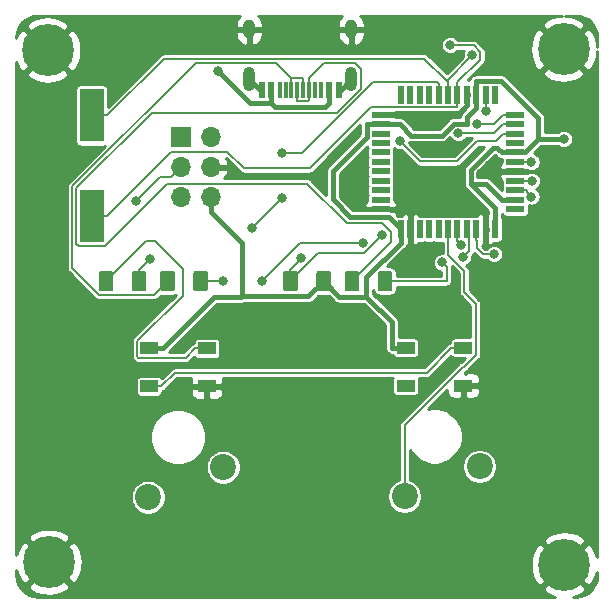
<source format=gbr>
G04 #@! TF.GenerationSoftware,KiCad,Pcbnew,(5.1.4)-1*
G04 #@! TF.CreationDate,2023-02-23T21:20:58+01:00*
G04 #@! TF.ProjectId,pcb,7063622e-6b69-4636-9164-5f7063625858,1.0*
G04 #@! TF.SameCoordinates,Original*
G04 #@! TF.FileFunction,Copper,L1,Top*
G04 #@! TF.FilePolarity,Positive*
%FSLAX46Y46*%
G04 Gerber Fmt 4.6, Leading zero omitted, Abs format (unit mm)*
G04 Created by KiCad (PCBNEW (5.1.4)-1) date 2023-02-23 21:20:58*
%MOMM*%
%LPD*%
G04 APERTURE LIST*
%ADD10R,1.500000X0.550000*%
%ADD11R,0.550000X1.500000*%
%ADD12C,0.700000*%
%ADD13C,4.400000*%
%ADD14C,0.100000*%
%ADD15C,1.250000*%
%ADD16R,1.700000X1.700000*%
%ADD17O,1.700000X1.700000*%
%ADD18O,1.000000X1.600000*%
%ADD19O,1.000000X2.100000*%
%ADD20R,0.300000X1.450000*%
%ADD21R,0.600000X1.450000*%
%ADD22R,2.000000X4.500000*%
%ADD23R,1.500000X1.000000*%
%ADD24C,2.200000*%
%ADD25C,0.800000*%
%ADD26C,0.400000*%
%ADD27C,0.150000*%
%ADD28C,0.254000*%
G04 APERTURE END LIST*
D10*
X204264000Y-69024000D03*
X204264000Y-68224000D03*
X204264000Y-67424000D03*
X204264000Y-66624000D03*
X204264000Y-65824000D03*
X204264000Y-65024000D03*
X204264000Y-64224000D03*
X204264000Y-63424000D03*
X204264000Y-62624000D03*
X204264000Y-61824000D03*
X204264000Y-61024000D03*
D11*
X202564000Y-59324000D03*
X201764000Y-59324000D03*
X200964000Y-59324000D03*
X200164000Y-59324000D03*
X199364000Y-59324000D03*
X198564000Y-59324000D03*
X197764000Y-59324000D03*
X196964000Y-59324000D03*
X196164000Y-59324000D03*
X195364000Y-59324000D03*
X194564000Y-59324000D03*
D10*
X192864000Y-61024000D03*
X192864000Y-61824000D03*
X192864000Y-62624000D03*
X192864000Y-63424000D03*
X192864000Y-64224000D03*
X192864000Y-65024000D03*
X192864000Y-65824000D03*
X192864000Y-66624000D03*
X192864000Y-67424000D03*
X192864000Y-68224000D03*
X192864000Y-69024000D03*
D11*
X194564000Y-70724000D03*
X195364000Y-70724000D03*
X196164000Y-70724000D03*
X196964000Y-70724000D03*
X197764000Y-70724000D03*
X198564000Y-70724000D03*
X199364000Y-70724000D03*
X200164000Y-70724000D03*
X200964000Y-70724000D03*
X201764000Y-70724000D03*
X202564000Y-70724000D03*
D12*
X209510726Y-54332274D03*
X208344000Y-53849000D03*
X207177274Y-54332274D03*
X206694000Y-55499000D03*
X207177274Y-56665726D03*
X208344000Y-57149000D03*
X209510726Y-56665726D03*
X209994000Y-55499000D03*
D13*
X208344000Y-55499000D03*
D14*
G36*
X178011504Y-74246704D02*
G01*
X178035773Y-74250304D01*
X178059571Y-74256265D01*
X178082671Y-74264530D01*
X178104849Y-74275020D01*
X178125893Y-74287633D01*
X178145598Y-74302247D01*
X178163777Y-74318723D01*
X178180253Y-74336902D01*
X178194867Y-74356607D01*
X178207480Y-74377651D01*
X178217970Y-74399829D01*
X178226235Y-74422929D01*
X178232196Y-74446727D01*
X178235796Y-74470996D01*
X178237000Y-74495500D01*
X178237000Y-75745500D01*
X178235796Y-75770004D01*
X178232196Y-75794273D01*
X178226235Y-75818071D01*
X178217970Y-75841171D01*
X178207480Y-75863349D01*
X178194867Y-75884393D01*
X178180253Y-75904098D01*
X178163777Y-75922277D01*
X178145598Y-75938753D01*
X178125893Y-75953367D01*
X178104849Y-75965980D01*
X178082671Y-75976470D01*
X178059571Y-75984735D01*
X178035773Y-75990696D01*
X178011504Y-75994296D01*
X177987000Y-75995500D01*
X177237000Y-75995500D01*
X177212496Y-75994296D01*
X177188227Y-75990696D01*
X177164429Y-75984735D01*
X177141329Y-75976470D01*
X177119151Y-75965980D01*
X177098107Y-75953367D01*
X177078402Y-75938753D01*
X177060223Y-75922277D01*
X177043747Y-75904098D01*
X177029133Y-75884393D01*
X177016520Y-75863349D01*
X177006030Y-75841171D01*
X176997765Y-75818071D01*
X176991804Y-75794273D01*
X176988204Y-75770004D01*
X176987000Y-75745500D01*
X176987000Y-74495500D01*
X176988204Y-74470996D01*
X176991804Y-74446727D01*
X176997765Y-74422929D01*
X177006030Y-74399829D01*
X177016520Y-74377651D01*
X177029133Y-74356607D01*
X177043747Y-74336902D01*
X177060223Y-74318723D01*
X177078402Y-74302247D01*
X177098107Y-74287633D01*
X177119151Y-74275020D01*
X177141329Y-74264530D01*
X177164429Y-74256265D01*
X177188227Y-74250304D01*
X177212496Y-74246704D01*
X177237000Y-74245500D01*
X177987000Y-74245500D01*
X178011504Y-74246704D01*
X178011504Y-74246704D01*
G37*
D15*
X177612000Y-75120500D03*
D14*
G36*
X175211504Y-74246704D02*
G01*
X175235773Y-74250304D01*
X175259571Y-74256265D01*
X175282671Y-74264530D01*
X175304849Y-74275020D01*
X175325893Y-74287633D01*
X175345598Y-74302247D01*
X175363777Y-74318723D01*
X175380253Y-74336902D01*
X175394867Y-74356607D01*
X175407480Y-74377651D01*
X175417970Y-74399829D01*
X175426235Y-74422929D01*
X175432196Y-74446727D01*
X175435796Y-74470996D01*
X175437000Y-74495500D01*
X175437000Y-75745500D01*
X175435796Y-75770004D01*
X175432196Y-75794273D01*
X175426235Y-75818071D01*
X175417970Y-75841171D01*
X175407480Y-75863349D01*
X175394867Y-75884393D01*
X175380253Y-75904098D01*
X175363777Y-75922277D01*
X175345598Y-75938753D01*
X175325893Y-75953367D01*
X175304849Y-75965980D01*
X175282671Y-75976470D01*
X175259571Y-75984735D01*
X175235773Y-75990696D01*
X175211504Y-75994296D01*
X175187000Y-75995500D01*
X174437000Y-75995500D01*
X174412496Y-75994296D01*
X174388227Y-75990696D01*
X174364429Y-75984735D01*
X174341329Y-75976470D01*
X174319151Y-75965980D01*
X174298107Y-75953367D01*
X174278402Y-75938753D01*
X174260223Y-75922277D01*
X174243747Y-75904098D01*
X174229133Y-75884393D01*
X174216520Y-75863349D01*
X174206030Y-75841171D01*
X174197765Y-75818071D01*
X174191804Y-75794273D01*
X174188204Y-75770004D01*
X174187000Y-75745500D01*
X174187000Y-74495500D01*
X174188204Y-74470996D01*
X174191804Y-74446727D01*
X174197765Y-74422929D01*
X174206030Y-74399829D01*
X174216520Y-74377651D01*
X174229133Y-74356607D01*
X174243747Y-74336902D01*
X174260223Y-74318723D01*
X174278402Y-74302247D01*
X174298107Y-74287633D01*
X174319151Y-74275020D01*
X174341329Y-74264530D01*
X174364429Y-74256265D01*
X174388227Y-74250304D01*
X174412496Y-74246704D01*
X174437000Y-74245500D01*
X175187000Y-74245500D01*
X175211504Y-74246704D01*
X175211504Y-74246704D01*
G37*
D15*
X174812000Y-75120500D03*
D16*
X175958000Y-62928500D03*
D17*
X178498000Y-62928500D03*
X175958000Y-65468500D03*
X178498000Y-65468500D03*
X175958000Y-68008500D03*
X178498000Y-68008500D03*
D18*
X181735000Y-53814000D03*
X190375000Y-53814000D03*
D19*
X190375000Y-57994000D03*
X181735000Y-57994000D03*
D20*
X186305000Y-58909000D03*
X184305000Y-58909000D03*
X184805000Y-58909000D03*
X185305000Y-58909000D03*
X185805000Y-58909000D03*
X186805000Y-58909000D03*
X187305000Y-58909000D03*
X187805000Y-58909000D03*
D21*
X182805000Y-58909000D03*
X183605000Y-58909000D03*
X188505000Y-58909000D03*
X189305000Y-58909000D03*
X189305000Y-58909000D03*
X188505000Y-58909000D03*
X183605000Y-58909000D03*
X182805000Y-58909000D03*
D22*
X168402000Y-61091500D03*
X168402000Y-69591500D03*
D23*
X173254000Y-80823000D03*
X173254000Y-84023000D03*
X178154000Y-80823000D03*
X178154000Y-84023000D03*
D14*
G36*
X172805504Y-74246704D02*
G01*
X172829773Y-74250304D01*
X172853571Y-74256265D01*
X172876671Y-74264530D01*
X172898849Y-74275020D01*
X172919893Y-74287633D01*
X172939598Y-74302247D01*
X172957777Y-74318723D01*
X172974253Y-74336902D01*
X172988867Y-74356607D01*
X173001480Y-74377651D01*
X173011970Y-74399829D01*
X173020235Y-74422929D01*
X173026196Y-74446727D01*
X173029796Y-74470996D01*
X173031000Y-74495500D01*
X173031000Y-75745500D01*
X173029796Y-75770004D01*
X173026196Y-75794273D01*
X173020235Y-75818071D01*
X173011970Y-75841171D01*
X173001480Y-75863349D01*
X172988867Y-75884393D01*
X172974253Y-75904098D01*
X172957777Y-75922277D01*
X172939598Y-75938753D01*
X172919893Y-75953367D01*
X172898849Y-75965980D01*
X172876671Y-75976470D01*
X172853571Y-75984735D01*
X172829773Y-75990696D01*
X172805504Y-75994296D01*
X172781000Y-75995500D01*
X172031000Y-75995500D01*
X172006496Y-75994296D01*
X171982227Y-75990696D01*
X171958429Y-75984735D01*
X171935329Y-75976470D01*
X171913151Y-75965980D01*
X171892107Y-75953367D01*
X171872402Y-75938753D01*
X171854223Y-75922277D01*
X171837747Y-75904098D01*
X171823133Y-75884393D01*
X171810520Y-75863349D01*
X171800030Y-75841171D01*
X171791765Y-75818071D01*
X171785804Y-75794273D01*
X171782204Y-75770004D01*
X171781000Y-75745500D01*
X171781000Y-74495500D01*
X171782204Y-74470996D01*
X171785804Y-74446727D01*
X171791765Y-74422929D01*
X171800030Y-74399829D01*
X171810520Y-74377651D01*
X171823133Y-74356607D01*
X171837747Y-74336902D01*
X171854223Y-74318723D01*
X171872402Y-74302247D01*
X171892107Y-74287633D01*
X171913151Y-74275020D01*
X171935329Y-74264530D01*
X171958429Y-74256265D01*
X171982227Y-74250304D01*
X172006496Y-74246704D01*
X172031000Y-74245500D01*
X172781000Y-74245500D01*
X172805504Y-74246704D01*
X172805504Y-74246704D01*
G37*
D15*
X172406000Y-75120500D03*
D14*
G36*
X170005504Y-74246704D02*
G01*
X170029773Y-74250304D01*
X170053571Y-74256265D01*
X170076671Y-74264530D01*
X170098849Y-74275020D01*
X170119893Y-74287633D01*
X170139598Y-74302247D01*
X170157777Y-74318723D01*
X170174253Y-74336902D01*
X170188867Y-74356607D01*
X170201480Y-74377651D01*
X170211970Y-74399829D01*
X170220235Y-74422929D01*
X170226196Y-74446727D01*
X170229796Y-74470996D01*
X170231000Y-74495500D01*
X170231000Y-75745500D01*
X170229796Y-75770004D01*
X170226196Y-75794273D01*
X170220235Y-75818071D01*
X170211970Y-75841171D01*
X170201480Y-75863349D01*
X170188867Y-75884393D01*
X170174253Y-75904098D01*
X170157777Y-75922277D01*
X170139598Y-75938753D01*
X170119893Y-75953367D01*
X170098849Y-75965980D01*
X170076671Y-75976470D01*
X170053571Y-75984735D01*
X170029773Y-75990696D01*
X170005504Y-75994296D01*
X169981000Y-75995500D01*
X169231000Y-75995500D01*
X169206496Y-75994296D01*
X169182227Y-75990696D01*
X169158429Y-75984735D01*
X169135329Y-75976470D01*
X169113151Y-75965980D01*
X169092107Y-75953367D01*
X169072402Y-75938753D01*
X169054223Y-75922277D01*
X169037747Y-75904098D01*
X169023133Y-75884393D01*
X169010520Y-75863349D01*
X169000030Y-75841171D01*
X168991765Y-75818071D01*
X168985804Y-75794273D01*
X168982204Y-75770004D01*
X168981000Y-75745500D01*
X168981000Y-74495500D01*
X168982204Y-74470996D01*
X168985804Y-74446727D01*
X168991765Y-74422929D01*
X169000030Y-74399829D01*
X169010520Y-74377651D01*
X169023133Y-74356607D01*
X169037747Y-74336902D01*
X169054223Y-74318723D01*
X169072402Y-74302247D01*
X169092107Y-74287633D01*
X169113151Y-74275020D01*
X169135329Y-74264530D01*
X169158429Y-74256265D01*
X169182227Y-74250304D01*
X169206496Y-74246704D01*
X169231000Y-74245500D01*
X169981000Y-74245500D01*
X170005504Y-74246704D01*
X170005504Y-74246704D01*
G37*
D15*
X169606000Y-75120500D03*
D13*
X164782000Y-98933000D03*
D12*
X166432000Y-98933000D03*
X165948726Y-100099726D03*
X164782000Y-100583000D03*
X163615274Y-100099726D03*
X163132000Y-98933000D03*
X163615274Y-97766274D03*
X164782000Y-97283000D03*
X165948726Y-97766274D03*
D13*
X208407000Y-99123500D03*
D12*
X210057000Y-99123500D03*
X209573726Y-100290226D03*
X208407000Y-100773500D03*
X207240274Y-100290226D03*
X206757000Y-99123500D03*
X207240274Y-97956774D03*
X208407000Y-97473500D03*
X209573726Y-97956774D03*
D24*
X179514000Y-90868500D03*
X173164000Y-93408500D03*
X194882000Y-93345000D03*
X201232000Y-90805000D03*
D12*
X165822726Y-54395774D03*
X164656000Y-53912500D03*
X163489274Y-54395774D03*
X163006000Y-55562500D03*
X163489274Y-56729226D03*
X164656000Y-57212500D03*
X165822726Y-56729226D03*
X166306000Y-55562500D03*
D13*
X164656000Y-55562500D03*
D23*
X199872000Y-83959500D03*
X199872000Y-80759500D03*
X194972000Y-83959500D03*
X194972000Y-80759500D03*
D14*
G36*
X188425504Y-74246704D02*
G01*
X188449773Y-74250304D01*
X188473571Y-74256265D01*
X188496671Y-74264530D01*
X188518849Y-74275020D01*
X188539893Y-74287633D01*
X188559598Y-74302247D01*
X188577777Y-74318723D01*
X188594253Y-74336902D01*
X188608867Y-74356607D01*
X188621480Y-74377651D01*
X188631970Y-74399829D01*
X188640235Y-74422929D01*
X188646196Y-74446727D01*
X188649796Y-74470996D01*
X188651000Y-74495500D01*
X188651000Y-75745500D01*
X188649796Y-75770004D01*
X188646196Y-75794273D01*
X188640235Y-75818071D01*
X188631970Y-75841171D01*
X188621480Y-75863349D01*
X188608867Y-75884393D01*
X188594253Y-75904098D01*
X188577777Y-75922277D01*
X188559598Y-75938753D01*
X188539893Y-75953367D01*
X188518849Y-75965980D01*
X188496671Y-75976470D01*
X188473571Y-75984735D01*
X188449773Y-75990696D01*
X188425504Y-75994296D01*
X188401000Y-75995500D01*
X187651000Y-75995500D01*
X187626496Y-75994296D01*
X187602227Y-75990696D01*
X187578429Y-75984735D01*
X187555329Y-75976470D01*
X187533151Y-75965980D01*
X187512107Y-75953367D01*
X187492402Y-75938753D01*
X187474223Y-75922277D01*
X187457747Y-75904098D01*
X187443133Y-75884393D01*
X187430520Y-75863349D01*
X187420030Y-75841171D01*
X187411765Y-75818071D01*
X187405804Y-75794273D01*
X187402204Y-75770004D01*
X187401000Y-75745500D01*
X187401000Y-74495500D01*
X187402204Y-74470996D01*
X187405804Y-74446727D01*
X187411765Y-74422929D01*
X187420030Y-74399829D01*
X187430520Y-74377651D01*
X187443133Y-74356607D01*
X187457747Y-74336902D01*
X187474223Y-74318723D01*
X187492402Y-74302247D01*
X187512107Y-74287633D01*
X187533151Y-74275020D01*
X187555329Y-74264530D01*
X187578429Y-74256265D01*
X187602227Y-74250304D01*
X187626496Y-74246704D01*
X187651000Y-74245500D01*
X188401000Y-74245500D01*
X188425504Y-74246704D01*
X188425504Y-74246704D01*
G37*
D15*
X188026000Y-75120500D03*
D14*
G36*
X185625504Y-74246704D02*
G01*
X185649773Y-74250304D01*
X185673571Y-74256265D01*
X185696671Y-74264530D01*
X185718849Y-74275020D01*
X185739893Y-74287633D01*
X185759598Y-74302247D01*
X185777777Y-74318723D01*
X185794253Y-74336902D01*
X185808867Y-74356607D01*
X185821480Y-74377651D01*
X185831970Y-74399829D01*
X185840235Y-74422929D01*
X185846196Y-74446727D01*
X185849796Y-74470996D01*
X185851000Y-74495500D01*
X185851000Y-75745500D01*
X185849796Y-75770004D01*
X185846196Y-75794273D01*
X185840235Y-75818071D01*
X185831970Y-75841171D01*
X185821480Y-75863349D01*
X185808867Y-75884393D01*
X185794253Y-75904098D01*
X185777777Y-75922277D01*
X185759598Y-75938753D01*
X185739893Y-75953367D01*
X185718849Y-75965980D01*
X185696671Y-75976470D01*
X185673571Y-75984735D01*
X185649773Y-75990696D01*
X185625504Y-75994296D01*
X185601000Y-75995500D01*
X184851000Y-75995500D01*
X184826496Y-75994296D01*
X184802227Y-75990696D01*
X184778429Y-75984735D01*
X184755329Y-75976470D01*
X184733151Y-75965980D01*
X184712107Y-75953367D01*
X184692402Y-75938753D01*
X184674223Y-75922277D01*
X184657747Y-75904098D01*
X184643133Y-75884393D01*
X184630520Y-75863349D01*
X184620030Y-75841171D01*
X184611765Y-75818071D01*
X184605804Y-75794273D01*
X184602204Y-75770004D01*
X184601000Y-75745500D01*
X184601000Y-74495500D01*
X184602204Y-74470996D01*
X184605804Y-74446727D01*
X184611765Y-74422929D01*
X184620030Y-74399829D01*
X184630520Y-74377651D01*
X184643133Y-74356607D01*
X184657747Y-74336902D01*
X184674223Y-74318723D01*
X184692402Y-74302247D01*
X184712107Y-74287633D01*
X184733151Y-74275020D01*
X184755329Y-74264530D01*
X184778429Y-74256265D01*
X184802227Y-74250304D01*
X184826496Y-74246704D01*
X184851000Y-74245500D01*
X185601000Y-74245500D01*
X185625504Y-74246704D01*
X185625504Y-74246704D01*
G37*
D15*
X185226000Y-75120500D03*
D14*
G36*
X190833504Y-74246704D02*
G01*
X190857773Y-74250304D01*
X190881571Y-74256265D01*
X190904671Y-74264530D01*
X190926849Y-74275020D01*
X190947893Y-74287633D01*
X190967598Y-74302247D01*
X190985777Y-74318723D01*
X191002253Y-74336902D01*
X191016867Y-74356607D01*
X191029480Y-74377651D01*
X191039970Y-74399829D01*
X191048235Y-74422929D01*
X191054196Y-74446727D01*
X191057796Y-74470996D01*
X191059000Y-74495500D01*
X191059000Y-75745500D01*
X191057796Y-75770004D01*
X191054196Y-75794273D01*
X191048235Y-75818071D01*
X191039970Y-75841171D01*
X191029480Y-75863349D01*
X191016867Y-75884393D01*
X191002253Y-75904098D01*
X190985777Y-75922277D01*
X190967598Y-75938753D01*
X190947893Y-75953367D01*
X190926849Y-75965980D01*
X190904671Y-75976470D01*
X190881571Y-75984735D01*
X190857773Y-75990696D01*
X190833504Y-75994296D01*
X190809000Y-75995500D01*
X190059000Y-75995500D01*
X190034496Y-75994296D01*
X190010227Y-75990696D01*
X189986429Y-75984735D01*
X189963329Y-75976470D01*
X189941151Y-75965980D01*
X189920107Y-75953367D01*
X189900402Y-75938753D01*
X189882223Y-75922277D01*
X189865747Y-75904098D01*
X189851133Y-75884393D01*
X189838520Y-75863349D01*
X189828030Y-75841171D01*
X189819765Y-75818071D01*
X189813804Y-75794273D01*
X189810204Y-75770004D01*
X189809000Y-75745500D01*
X189809000Y-74495500D01*
X189810204Y-74470996D01*
X189813804Y-74446727D01*
X189819765Y-74422929D01*
X189828030Y-74399829D01*
X189838520Y-74377651D01*
X189851133Y-74356607D01*
X189865747Y-74336902D01*
X189882223Y-74318723D01*
X189900402Y-74302247D01*
X189920107Y-74287633D01*
X189941151Y-74275020D01*
X189963329Y-74264530D01*
X189986429Y-74256265D01*
X190010227Y-74250304D01*
X190034496Y-74246704D01*
X190059000Y-74245500D01*
X190809000Y-74245500D01*
X190833504Y-74246704D01*
X190833504Y-74246704D01*
G37*
D15*
X190434000Y-75120500D03*
D14*
G36*
X193633504Y-74246704D02*
G01*
X193657773Y-74250304D01*
X193681571Y-74256265D01*
X193704671Y-74264530D01*
X193726849Y-74275020D01*
X193747893Y-74287633D01*
X193767598Y-74302247D01*
X193785777Y-74318723D01*
X193802253Y-74336902D01*
X193816867Y-74356607D01*
X193829480Y-74377651D01*
X193839970Y-74399829D01*
X193848235Y-74422929D01*
X193854196Y-74446727D01*
X193857796Y-74470996D01*
X193859000Y-74495500D01*
X193859000Y-75745500D01*
X193857796Y-75770004D01*
X193854196Y-75794273D01*
X193848235Y-75818071D01*
X193839970Y-75841171D01*
X193829480Y-75863349D01*
X193816867Y-75884393D01*
X193802253Y-75904098D01*
X193785777Y-75922277D01*
X193767598Y-75938753D01*
X193747893Y-75953367D01*
X193726849Y-75965980D01*
X193704671Y-75976470D01*
X193681571Y-75984735D01*
X193657773Y-75990696D01*
X193633504Y-75994296D01*
X193609000Y-75995500D01*
X192859000Y-75995500D01*
X192834496Y-75994296D01*
X192810227Y-75990696D01*
X192786429Y-75984735D01*
X192763329Y-75976470D01*
X192741151Y-75965980D01*
X192720107Y-75953367D01*
X192700402Y-75938753D01*
X192682223Y-75922277D01*
X192665747Y-75904098D01*
X192651133Y-75884393D01*
X192638520Y-75863349D01*
X192628030Y-75841171D01*
X192619765Y-75818071D01*
X192613804Y-75794273D01*
X192610204Y-75770004D01*
X192609000Y-75745500D01*
X192609000Y-74495500D01*
X192610204Y-74470996D01*
X192613804Y-74446727D01*
X192619765Y-74422929D01*
X192628030Y-74399829D01*
X192638520Y-74377651D01*
X192651133Y-74356607D01*
X192665747Y-74336902D01*
X192682223Y-74318723D01*
X192700402Y-74302247D01*
X192720107Y-74287633D01*
X192741151Y-74275020D01*
X192763329Y-74264530D01*
X192786429Y-74256265D01*
X192810227Y-74250304D01*
X192834496Y-74246704D01*
X192859000Y-74245500D01*
X193609000Y-74245500D01*
X193633504Y-74246704D01*
X193633504Y-74246704D01*
G37*
D15*
X193234000Y-75120500D03*
D25*
X203772000Y-72136000D03*
X202057000Y-65278000D03*
X195326000Y-72898000D03*
X196532000Y-61404500D03*
X196786500Y-63881000D03*
X199199500Y-63944500D03*
X208355000Y-63085700D03*
X198754000Y-55138400D03*
X199815000Y-73082000D03*
X179111000Y-57315100D03*
X199438000Y-62586500D03*
X194480000Y-63266000D03*
X200978000Y-61781600D03*
X199695000Y-72075000D03*
X205621000Y-65011100D03*
X200614000Y-55990100D03*
X202449000Y-72835500D03*
X205652000Y-66624000D03*
X191361000Y-71871800D03*
X201800000Y-60683700D03*
X193007000Y-71181500D03*
X205630000Y-67956600D03*
X198051000Y-73539600D03*
X200659000Y-68979400D03*
X201095000Y-73631500D03*
X190830200Y-67945000D03*
X184505600Y-64312800D03*
X173304200Y-73247300D03*
X184505600Y-68046600D03*
X181940200Y-70612000D03*
X182820000Y-75120500D03*
X179552600Y-75133200D03*
X172135800Y-68376800D03*
X186105800Y-73152000D03*
D26*
X200164000Y-59932000D02*
X200164000Y-60221100D01*
X200164000Y-59324000D02*
X200164000Y-59932000D01*
X200164000Y-59324000D02*
X200164000Y-59932000D01*
X182805000Y-58909000D02*
X182650000Y-58909000D01*
X182650000Y-58909000D02*
X181735000Y-57994000D01*
X189305000Y-58909000D02*
X189460000Y-58909000D01*
X189460000Y-58909000D02*
X190375000Y-57994000D01*
X196932000Y-61004500D02*
X196532000Y-61404500D01*
X199381000Y-61004500D02*
X196932000Y-61004500D01*
X200164000Y-60221100D02*
X199381000Y-61004500D01*
X196850000Y-63944500D02*
X196786500Y-63881000D01*
X199199500Y-63944500D02*
X196850000Y-63944500D01*
X191656000Y-76449200D02*
X191656000Y-74765300D01*
X191656000Y-74765300D02*
X194546000Y-71874300D01*
X194546000Y-71874300D02*
X194564000Y-71874300D01*
X194564000Y-71874300D02*
X194564000Y-70724000D01*
X206212000Y-63085700D02*
X206212000Y-61324100D01*
X206212000Y-61324100D02*
X203062000Y-58173700D01*
X203062000Y-58173700D02*
X200964000Y-58173700D01*
X200964000Y-58173700D02*
X200964000Y-59324000D01*
X208355000Y-63085700D02*
X206212000Y-63085700D01*
X200964000Y-59324000D02*
X200964000Y-60474000D01*
X200964000Y-60474000D02*
X200177000Y-61260500D01*
X200177000Y-61260500D02*
X200177000Y-61760000D01*
X200177000Y-61760000D02*
X200151000Y-61786500D01*
X195453000Y-62791000D02*
X194486000Y-61824000D01*
X194486000Y-61824000D02*
X192864000Y-61824000D01*
X204264000Y-68224000D02*
X203114000Y-68224000D01*
X203114000Y-68224000D02*
X201756000Y-66865500D01*
X201756000Y-66865500D02*
X200470000Y-66865500D01*
X200470000Y-66865500D02*
X202564000Y-68960000D01*
X202564000Y-68960000D02*
X202564000Y-70724000D01*
X204264000Y-64224000D02*
X203114000Y-64224000D01*
X203114000Y-64224000D02*
X202708000Y-63817500D01*
X194972000Y-80759500D02*
X193822000Y-80759500D01*
X193822000Y-80759500D02*
X193822000Y-78615400D01*
X193822000Y-78615400D02*
X191656000Y-76449200D01*
X206212000Y-63085700D02*
X205074000Y-64224000D01*
X205074000Y-64224000D02*
X204264000Y-64224000D01*
X173254000Y-80823000D02*
X174404000Y-80823000D01*
X174404000Y-80823000D02*
X178768000Y-76459300D01*
X178768000Y-76459300D02*
X181026000Y-76459300D01*
X181026000Y-76459300D02*
X181088000Y-76396700D01*
X178498000Y-68008500D02*
X178498000Y-69258800D01*
X178498000Y-69258800D02*
X181088000Y-71849300D01*
X181088000Y-71849300D02*
X181088000Y-76396700D01*
X191656000Y-76449200D02*
X189355000Y-76449200D01*
X189355000Y-76449200D02*
X188026000Y-75120500D01*
X200470000Y-65680998D02*
X200470000Y-66865500D01*
X202333498Y-63817500D02*
X200470000Y-65680998D01*
X202708000Y-63817500D02*
X202333498Y-63817500D01*
X200151000Y-61786500D02*
X199054000Y-61786500D01*
X198050000Y-62791000D02*
X195453000Y-62791000D01*
X199054000Y-61786500D02*
X198050000Y-62791000D01*
D27*
X168402000Y-69591500D02*
X169677000Y-69591500D01*
X169677000Y-69591500D02*
X175095000Y-64173400D01*
X188252000Y-64173400D02*
X192076000Y-60349300D01*
X192076000Y-60349300D02*
X199364000Y-60349300D01*
X199364000Y-60349300D02*
X199364000Y-59324000D01*
X199364000Y-59324000D02*
X199364000Y-58298700D01*
X199364000Y-58298700D02*
X201289000Y-56373500D01*
X201289000Y-56373500D02*
X201289000Y-55703100D01*
X201289000Y-55703100D02*
X200724000Y-55138400D01*
X200724000Y-55138400D02*
X198754000Y-55138400D01*
X199815000Y-73082000D02*
X200370000Y-72527000D01*
X200370000Y-72527000D02*
X200370000Y-70930300D01*
X200370000Y-70930300D02*
X200164000Y-70724000D01*
X178154000Y-80823000D02*
X177129000Y-80823000D01*
X177129000Y-80823000D02*
X176353000Y-81598300D01*
X176353000Y-81598300D02*
X172344000Y-81598300D01*
X172344000Y-81598300D02*
X172229000Y-81483000D01*
X172229000Y-81483000D02*
X172229000Y-80206600D01*
X172229000Y-80206600D02*
X176093000Y-76342500D01*
X176093000Y-76342500D02*
X176093000Y-74077900D01*
X176093000Y-74077900D02*
X175582000Y-73566700D01*
X171160000Y-73566700D02*
X169606000Y-75120500D01*
D26*
X188505000Y-58909000D02*
X188505000Y-60034300D01*
X188505000Y-60034300D02*
X188155000Y-60384700D01*
X188155000Y-60384700D02*
X183956000Y-60384700D01*
X183956000Y-60384700D02*
X183605000Y-60034200D01*
X183605000Y-58909000D02*
X183605000Y-60034200D01*
X183605000Y-60034200D02*
X183605000Y-60034400D01*
X183605000Y-60034400D02*
X181830000Y-60034400D01*
X181830000Y-60034400D02*
X179111000Y-57315100D01*
D27*
X185805000Y-58909000D02*
X185805000Y-59909300D01*
X185805000Y-59909300D02*
X186717000Y-59909300D01*
X186717000Y-59909300D02*
X186805000Y-59821700D01*
X186805000Y-59821700D02*
X186805000Y-58909000D01*
X186805000Y-58909000D02*
X186805000Y-57908700D01*
X186805000Y-57908700D02*
X188082000Y-56631500D01*
X188082000Y-56631500D02*
X190665000Y-56631500D01*
X190665000Y-56631500D02*
X191158000Y-57124600D01*
X191158000Y-57124600D02*
X191158000Y-58859600D01*
X191158000Y-58859600D02*
X189157000Y-60860100D01*
X189157000Y-60860100D02*
X173486000Y-60860100D01*
X173486000Y-60860100D02*
X167098000Y-67248100D01*
X167098000Y-67248100D02*
X167098000Y-71941800D01*
X167098000Y-71941800D02*
X167287000Y-72130700D01*
X167287000Y-72130700D02*
X169510000Y-72130700D01*
X169510000Y-72130700D02*
X174764000Y-66876300D01*
X174764000Y-66876300D02*
X186663000Y-66876300D01*
X186663000Y-66876300D02*
X190015000Y-70228400D01*
X190015000Y-70228400D02*
X193012000Y-70228400D01*
X193012000Y-70228400D02*
X193730000Y-70947200D01*
X193730000Y-70947200D02*
X193730000Y-71824100D01*
X193730000Y-71824100D02*
X190434000Y-75120500D01*
X185305000Y-57908700D02*
X186305000Y-57908700D01*
X186305000Y-57908700D02*
X186305000Y-58909000D01*
X185305000Y-58909000D02*
X185305000Y-57908700D01*
X185305000Y-57908700D02*
X184036000Y-56639700D01*
X184036000Y-56639700D02*
X177211000Y-56639700D01*
X177211000Y-56639700D02*
X166748000Y-67102900D01*
X166748000Y-67102900D02*
X166748000Y-74034300D01*
X166748000Y-74034300D02*
X168998000Y-76284300D01*
X168998000Y-76284300D02*
X173648000Y-76284300D01*
X173648000Y-76284300D02*
X174812000Y-75120500D01*
X204264000Y-61824000D02*
X203239000Y-61824000D01*
X203239000Y-61824000D02*
X202476000Y-62586500D01*
X202476000Y-62586500D02*
X199438000Y-62586500D01*
X194480000Y-63266000D02*
X196174000Y-64960500D01*
X196174000Y-64960500D02*
X199290000Y-64960500D01*
X199290000Y-64960500D02*
X200984000Y-63266000D01*
X200984000Y-63266000D02*
X202597000Y-63266000D01*
X202597000Y-63266000D02*
X203239000Y-62624000D01*
X203239000Y-62624000D02*
X204264000Y-62624000D01*
X204264000Y-61024000D02*
X203239000Y-61024000D01*
X203239000Y-61024000D02*
X202481000Y-61781600D01*
X202481000Y-61781600D02*
X200978000Y-61781600D01*
X195640000Y-75120500D02*
X193234000Y-75120500D01*
X199695000Y-72075000D02*
X199369000Y-71749300D01*
X199369000Y-71749300D02*
X199364000Y-71749300D01*
X199364000Y-71749300D02*
X199364000Y-70724000D01*
X198564000Y-70724000D02*
X198564000Y-72881000D01*
X198564000Y-72881000D02*
X199935000Y-74252100D01*
X199935000Y-74252100D02*
X199935000Y-76059900D01*
X199935000Y-76059900D02*
X200897000Y-77022200D01*
X200897000Y-77022200D02*
X200897000Y-81406600D01*
X200897000Y-81406600D02*
X199944000Y-82359500D01*
X199944000Y-82359500D02*
X199808000Y-82359500D01*
X199808000Y-82359500D02*
X194882000Y-87285700D01*
X194882000Y-87285700D02*
X194882000Y-93345000D01*
X204264000Y-65024000D02*
X205608000Y-65024000D01*
X205608000Y-65024000D02*
X205621000Y-65011100D01*
X168402000Y-61091500D02*
X169677000Y-61091500D01*
X169677000Y-61091500D02*
X174488000Y-56280800D01*
X174488000Y-56280800D02*
X196546000Y-56280800D01*
X196546000Y-56280800D02*
X198435000Y-58169300D01*
X198564000Y-59324000D02*
X198564000Y-58298700D01*
X198564000Y-58298700D02*
X198435000Y-58169300D01*
X200614000Y-55990100D02*
X198435000Y-58169300D01*
X200964000Y-70724000D02*
X200964000Y-71624000D01*
X200964000Y-71624000D02*
X200978000Y-71637500D01*
X200978000Y-71637500D02*
X200978000Y-72326500D01*
X200978000Y-72326500D02*
X201486000Y-72835500D01*
X201486000Y-72835500D02*
X202449000Y-72835500D01*
X199872000Y-80759500D02*
X198847000Y-80759500D01*
X198847000Y-80759500D02*
X196744000Y-82861800D01*
X196744000Y-82861800D02*
X175440000Y-82861800D01*
X175440000Y-82861800D02*
X174279000Y-84023000D01*
X174279000Y-84023000D02*
X173254000Y-84023000D01*
X204264000Y-66624000D02*
X205652000Y-66624000D01*
X191361000Y-71871800D02*
X186069000Y-71871800D01*
X186069000Y-71871800D02*
X182820000Y-75120500D01*
X201764000Y-59324000D02*
X201764000Y-60349300D01*
X201764000Y-60349300D02*
X201800000Y-60385100D01*
X201800000Y-60385100D02*
X201800000Y-60683700D01*
X185226000Y-75120500D02*
X187582000Y-72765000D01*
X187582000Y-72765000D02*
X191423000Y-72765000D01*
X191423000Y-72765000D02*
X193007000Y-71181500D01*
X204264000Y-67424000D02*
X205289000Y-67424000D01*
X205289000Y-67424000D02*
X205289000Y-67615600D01*
X205289000Y-67615600D02*
X205630000Y-67956600D01*
X198051000Y-73539600D02*
X198440000Y-73928300D01*
X198440000Y-73928300D02*
X198440000Y-75120500D01*
X192864000Y-69024000D02*
X193889000Y-69024000D01*
X193889000Y-69024000D02*
X193934000Y-68979400D01*
X193934000Y-68979400D02*
X200659000Y-68979400D01*
X201095000Y-73631500D02*
X201095000Y-74875200D01*
X201095000Y-74875200D02*
X200850000Y-75120500D01*
D26*
X181089000Y-76396900D02*
X186750000Y-76396900D01*
X181088000Y-76396700D02*
X181089000Y-76396900D01*
X186750000Y-76396900D02*
X188026000Y-75120500D01*
X193539000Y-69699400D02*
X194564000Y-70724000D01*
X192864000Y-61824000D02*
X191714000Y-61824000D01*
X191714000Y-61824000D02*
X191714000Y-62921000D01*
X191714000Y-62921000D02*
X188798200Y-65836800D01*
X188798200Y-65836800D02*
X188798200Y-68199000D01*
X188798200Y-68199000D02*
X190298600Y-69699400D01*
X190298600Y-69699400D02*
X193539000Y-69699400D01*
D27*
X175095000Y-64173400D02*
X179870400Y-64173400D01*
X179870400Y-64173400D02*
X181254400Y-65557400D01*
X186868000Y-65557400D02*
X188252000Y-64173400D01*
X181254400Y-65557400D02*
X186868000Y-65557400D01*
X171160000Y-73566700D02*
X171160000Y-73543600D01*
X171160000Y-73543600D02*
X172974000Y-71729600D01*
X173744900Y-71729600D02*
X175582000Y-73566700D01*
X172974000Y-71729600D02*
X173744900Y-71729600D01*
X192213614Y-58298999D02*
X186199813Y-64312800D01*
X197638999Y-58298999D02*
X192213614Y-58298999D01*
X197764000Y-59324000D02*
X197764000Y-58424000D01*
X197764000Y-58424000D02*
X197638999Y-58298999D01*
X186199813Y-64312800D02*
X184505600Y-64312800D01*
X184505600Y-64312800D02*
X184505600Y-64312800D01*
X172406000Y-74145500D02*
X173304200Y-73247300D01*
X172406000Y-75120500D02*
X172406000Y-74145500D01*
X173304200Y-73247300D02*
X173304200Y-73247300D01*
X184505600Y-68046600D02*
X181940200Y-70612000D01*
X181940200Y-70612000D02*
X181940200Y-70612000D01*
X182820000Y-75120500D02*
X182820000Y-75120500D01*
X178337000Y-75120500D02*
X178349700Y-75133200D01*
X177612000Y-75120500D02*
X178337000Y-75120500D01*
X178349700Y-75133200D02*
X179552600Y-75133200D01*
X179552600Y-75133200D02*
X179552600Y-75133200D01*
X198440000Y-75120500D02*
X195640000Y-75120500D01*
X175108001Y-66318499D02*
X174168701Y-66318499D01*
X175958000Y-65468500D02*
X175108001Y-66318499D01*
X174168701Y-66318499D02*
X174143301Y-66318499D01*
X174168701Y-66318499D02*
X174168701Y-66343899D01*
X174168701Y-66343899D02*
X172135800Y-68376800D01*
X172135800Y-68376800D02*
X172135800Y-68376800D01*
X185226000Y-74145500D02*
X186105800Y-73265700D01*
X185226000Y-75120500D02*
X185226000Y-74145500D01*
X186105800Y-73265700D02*
X186105800Y-73152000D01*
X186105800Y-73152000D02*
X186105800Y-73152000D01*
D28*
G36*
X180861839Y-52777831D02*
G01*
X180734997Y-52962322D01*
X180646585Y-53168013D01*
X180600000Y-53387000D01*
X180600000Y-53687000D01*
X181608000Y-53687000D01*
X181608000Y-53667000D01*
X181862000Y-53667000D01*
X181862000Y-53687000D01*
X182870000Y-53687000D01*
X182870000Y-53387000D01*
X182823415Y-53168013D01*
X182735003Y-52962322D01*
X182608161Y-52777831D01*
X182493839Y-52666500D01*
X189616161Y-52666500D01*
X189501839Y-52777831D01*
X189374997Y-52962322D01*
X189286585Y-53168013D01*
X189240000Y-53387000D01*
X189240000Y-53687000D01*
X190248000Y-53687000D01*
X190248000Y-53667000D01*
X190502000Y-53667000D01*
X190502000Y-53687000D01*
X191510000Y-53687000D01*
X191510000Y-53387000D01*
X191463415Y-53168013D01*
X191375003Y-52962322D01*
X191248161Y-52777831D01*
X191133839Y-52666500D01*
X208173078Y-52666500D01*
X207773368Y-52708019D01*
X207239839Y-52872972D01*
X206773976Y-53121982D01*
X206533830Y-53509225D01*
X208344000Y-55319395D01*
X210154170Y-53509225D01*
X209914024Y-53121982D01*
X209420123Y-52861359D01*
X208884867Y-52702099D01*
X208502564Y-52666500D01*
X209362146Y-52666500D01*
X209730076Y-52702576D01*
X210064900Y-52803665D01*
X210373705Y-52967860D01*
X210644745Y-53188914D01*
X210867680Y-53458397D01*
X211034027Y-53766051D01*
X211137451Y-54100158D01*
X211176000Y-54466932D01*
X211176000Y-55323264D01*
X211134981Y-54928368D01*
X210970028Y-54394839D01*
X210721018Y-53928976D01*
X210333775Y-53688830D01*
X208523605Y-55499000D01*
X210333775Y-57309170D01*
X210721018Y-57069024D01*
X210981641Y-56575123D01*
X211140901Y-56039867D01*
X211176000Y-55662933D01*
X211176001Y-98481775D01*
X211033028Y-98019339D01*
X210784018Y-97553476D01*
X210396775Y-97313330D01*
X208586605Y-99123500D01*
X210396775Y-100933670D01*
X210784018Y-100693524D01*
X211044641Y-100199623D01*
X211176001Y-99758136D01*
X211176001Y-100040636D01*
X211139924Y-100408577D01*
X211038835Y-100743400D01*
X210874639Y-101052208D01*
X210653588Y-101323242D01*
X210384106Y-101546178D01*
X210076451Y-101712527D01*
X209742342Y-101815951D01*
X209375595Y-101854497D01*
X209172014Y-101854383D01*
X209511161Y-101749528D01*
X209977024Y-101500518D01*
X210217170Y-101113275D01*
X208407000Y-99303105D01*
X206596830Y-101113275D01*
X206836976Y-101500518D01*
X207330877Y-101761141D01*
X207641376Y-101853527D01*
X163827468Y-101829011D01*
X163459423Y-101792924D01*
X163124600Y-101691835D01*
X162815792Y-101527639D01*
X162544758Y-101306588D01*
X162321822Y-101037106D01*
X162260004Y-100922775D01*
X162971830Y-100922775D01*
X163211976Y-101310018D01*
X163705877Y-101570641D01*
X164241133Y-101729901D01*
X164797174Y-101781678D01*
X165352632Y-101723981D01*
X165886161Y-101559028D01*
X166352024Y-101310018D01*
X166592170Y-100922775D01*
X164782000Y-99112605D01*
X162971830Y-100922775D01*
X162260004Y-100922775D01*
X162155473Y-100729451D01*
X162052049Y-100395342D01*
X162013497Y-100028540D01*
X162013308Y-99575725D01*
X162155972Y-100037161D01*
X162404982Y-100503024D01*
X162792225Y-100743170D01*
X164602395Y-98933000D01*
X164961605Y-98933000D01*
X166771775Y-100743170D01*
X167159018Y-100503024D01*
X167419641Y-100009123D01*
X167578901Y-99473867D01*
X167610113Y-99138674D01*
X205558322Y-99138674D01*
X205616019Y-99694132D01*
X205780972Y-100227661D01*
X206029982Y-100693524D01*
X206417225Y-100933670D01*
X208227395Y-99123500D01*
X206417225Y-97313330D01*
X206029982Y-97553476D01*
X205769359Y-98047377D01*
X205610099Y-98582633D01*
X205558322Y-99138674D01*
X167610113Y-99138674D01*
X167630678Y-98917826D01*
X167572981Y-98362368D01*
X167408028Y-97828839D01*
X167159018Y-97362976D01*
X166789344Y-97133725D01*
X206596830Y-97133725D01*
X208407000Y-98943895D01*
X210217170Y-97133725D01*
X209977024Y-96746482D01*
X209483123Y-96485859D01*
X208947867Y-96326599D01*
X208391826Y-96274822D01*
X207836368Y-96332519D01*
X207302839Y-96497472D01*
X206836976Y-96746482D01*
X206596830Y-97133725D01*
X166789344Y-97133725D01*
X166771775Y-97122830D01*
X164961605Y-98933000D01*
X164602395Y-98933000D01*
X162792225Y-97122830D01*
X162404982Y-97362976D01*
X162144359Y-97856877D01*
X162012776Y-98299113D01*
X162012211Y-96943225D01*
X162971830Y-96943225D01*
X164782000Y-98753395D01*
X166592170Y-96943225D01*
X166352024Y-96555982D01*
X165858123Y-96295359D01*
X165322867Y-96136099D01*
X164766826Y-96084322D01*
X164211368Y-96142019D01*
X163677839Y-96306972D01*
X163211976Y-96555982D01*
X162971830Y-96943225D01*
X162012211Y-96943225D01*
X162010677Y-93262634D01*
X171683000Y-93262634D01*
X171683000Y-93554366D01*
X171739914Y-93840492D01*
X171851555Y-94110017D01*
X172013632Y-94352583D01*
X172219917Y-94558868D01*
X172462483Y-94720945D01*
X172732008Y-94832586D01*
X173018134Y-94889500D01*
X173309866Y-94889500D01*
X173595992Y-94832586D01*
X173865517Y-94720945D01*
X174108083Y-94558868D01*
X174314368Y-94352583D01*
X174476445Y-94110017D01*
X174588086Y-93840492D01*
X174645000Y-93554366D01*
X174645000Y-93262634D01*
X174588086Y-92976508D01*
X174476445Y-92706983D01*
X174314368Y-92464417D01*
X174108083Y-92258132D01*
X173865517Y-92096055D01*
X173595992Y-91984414D01*
X173309866Y-91927500D01*
X173018134Y-91927500D01*
X172732008Y-91984414D01*
X172462483Y-92096055D01*
X172219917Y-92258132D01*
X172013632Y-92464417D01*
X171851555Y-92706983D01*
X171739914Y-92976508D01*
X171683000Y-93262634D01*
X162010677Y-93262634D01*
X162009618Y-90722634D01*
X178033000Y-90722634D01*
X178033000Y-91014366D01*
X178089914Y-91300492D01*
X178201555Y-91570017D01*
X178363632Y-91812583D01*
X178569917Y-92018868D01*
X178812483Y-92180945D01*
X179082008Y-92292586D01*
X179368134Y-92349500D01*
X179659866Y-92349500D01*
X179945992Y-92292586D01*
X180215517Y-92180945D01*
X180458083Y-92018868D01*
X180664368Y-91812583D01*
X180826445Y-91570017D01*
X180938086Y-91300492D01*
X180995000Y-91014366D01*
X180995000Y-90722634D01*
X180938086Y-90436508D01*
X180826445Y-90166983D01*
X180664368Y-89924417D01*
X180458083Y-89718132D01*
X180215517Y-89556055D01*
X179945992Y-89444414D01*
X179659866Y-89387500D01*
X179368134Y-89387500D01*
X179082008Y-89444414D01*
X178812483Y-89556055D01*
X178569917Y-89718132D01*
X178363632Y-89924417D01*
X178201555Y-90166983D01*
X178089914Y-90436508D01*
X178033000Y-90722634D01*
X162009618Y-90722634D01*
X162008522Y-88093992D01*
X173323000Y-88093992D01*
X173323000Y-88563008D01*
X173414500Y-89023012D01*
X173593985Y-89456327D01*
X173854556Y-89846299D01*
X174186201Y-90177944D01*
X174576173Y-90438515D01*
X175009488Y-90618000D01*
X175469492Y-90709500D01*
X175938508Y-90709500D01*
X176398512Y-90618000D01*
X176831827Y-90438515D01*
X177221799Y-90177944D01*
X177553444Y-89846299D01*
X177814015Y-89456327D01*
X177993500Y-89023012D01*
X178085000Y-88563008D01*
X178085000Y-88093992D01*
X177993500Y-87633988D01*
X177814015Y-87200673D01*
X177553444Y-86810701D01*
X177221799Y-86479056D01*
X176831827Y-86218485D01*
X176398512Y-86039000D01*
X175938508Y-85947500D01*
X175469492Y-85947500D01*
X175009488Y-86039000D01*
X174576173Y-86218485D01*
X174186201Y-86479056D01*
X173854556Y-86810701D01*
X173593985Y-87200673D01*
X173414500Y-87633988D01*
X173323000Y-88093992D01*
X162008522Y-88093992D01*
X161999770Y-67102904D01*
X166289794Y-67102904D01*
X166292000Y-67125297D01*
X166292001Y-74011894D01*
X166289794Y-74034300D01*
X166296609Y-74103484D01*
X166298599Y-74123692D01*
X166305215Y-74145500D01*
X166324673Y-74209647D01*
X166367016Y-74288865D01*
X166408571Y-74339500D01*
X166424000Y-74358301D01*
X166441398Y-74372579D01*
X168659717Y-76590898D01*
X168673999Y-76608301D01*
X168714107Y-76641216D01*
X168743434Y-76665285D01*
X168805013Y-76698199D01*
X168822652Y-76707627D01*
X168908608Y-76733702D01*
X168975601Y-76740300D01*
X168998000Y-76742506D01*
X169020399Y-76740300D01*
X173625583Y-76740300D01*
X173647961Y-76742506D01*
X173670377Y-76740300D01*
X173670399Y-76740300D01*
X173697886Y-76737593D01*
X173737352Y-76733709D01*
X173737367Y-76733704D01*
X173737392Y-76733702D01*
X173786883Y-76718689D01*
X173823311Y-76707642D01*
X173823327Y-76707633D01*
X173823348Y-76707627D01*
X173867297Y-76684136D01*
X173902532Y-76665306D01*
X173902545Y-76665295D01*
X173902566Y-76665284D01*
X173944488Y-76630880D01*
X173954573Y-76622605D01*
X173954581Y-76622597D01*
X173972001Y-76608301D01*
X173986272Y-76590911D01*
X174234898Y-76342328D01*
X174313538Y-76366183D01*
X174437000Y-76378343D01*
X175187000Y-76378343D01*
X175310462Y-76366183D01*
X175429179Y-76330171D01*
X175496368Y-76294258D01*
X171922399Y-79868320D01*
X171905000Y-79882599D01*
X171890718Y-79900002D01*
X171890717Y-79900003D01*
X171848012Y-79952040D01*
X171805671Y-80031258D01*
X171799292Y-80052289D01*
X171779599Y-80117208D01*
X171779598Y-80117213D01*
X171779598Y-80117215D01*
X171770794Y-80206605D01*
X171773001Y-80229008D01*
X171773000Y-81460304D01*
X171770794Y-81482404D01*
X171773000Y-81505102D01*
X171773000Y-81505398D01*
X171775189Y-81527623D01*
X171779483Y-81571805D01*
X171779568Y-81572087D01*
X171779598Y-81572391D01*
X171792665Y-81615466D01*
X171805445Y-81657796D01*
X171805586Y-81658061D01*
X171805673Y-81658347D01*
X171826507Y-81697324D01*
X171847684Y-81737069D01*
X171847877Y-81737304D01*
X171848016Y-81737565D01*
X171876366Y-81772111D01*
X171890322Y-81789161D01*
X171890528Y-81789368D01*
X171904999Y-81807001D01*
X171922174Y-81821096D01*
X172005525Y-81904664D01*
X172019999Y-81922301D01*
X172054910Y-81950951D01*
X172088939Y-81978953D01*
X172089203Y-81979095D01*
X172089434Y-81979284D01*
X172128953Y-82000407D01*
X172168102Y-82021398D01*
X172168385Y-82021484D01*
X172168652Y-82021627D01*
X172211656Y-82034672D01*
X172254023Y-82047585D01*
X172254320Y-82047615D01*
X172254608Y-82047702D01*
X172298947Y-82052069D01*
X172343403Y-82056506D01*
X172366101Y-82054300D01*
X176330500Y-82054300D01*
X176352794Y-82056506D01*
X176375296Y-82054300D01*
X176375399Y-82054300D01*
X176397947Y-82052079D01*
X176442188Y-82047742D01*
X176442285Y-82047712D01*
X176442392Y-82047702D01*
X176486309Y-82034380D01*
X176528156Y-82021706D01*
X176528246Y-82021658D01*
X176528348Y-82021627D01*
X176568716Y-82000050D01*
X176607393Y-81979399D01*
X176607472Y-81979334D01*
X176607566Y-81979284D01*
X176643742Y-81949595D01*
X176659449Y-81936717D01*
X176659514Y-81936652D01*
X176677001Y-81922301D01*
X176691221Y-81904974D01*
X177077029Y-81519514D01*
X177085678Y-81535696D01*
X177133289Y-81593711D01*
X177191304Y-81641322D01*
X177257492Y-81676701D01*
X177329311Y-81698487D01*
X177404000Y-81705843D01*
X178904000Y-81705843D01*
X178978689Y-81698487D01*
X179050508Y-81676701D01*
X179116696Y-81641322D01*
X179174711Y-81593711D01*
X179222322Y-81535696D01*
X179257701Y-81469508D01*
X179279487Y-81397689D01*
X179286843Y-81323000D01*
X179286843Y-80323000D01*
X179279487Y-80248311D01*
X179257701Y-80176492D01*
X179222322Y-80110304D01*
X179174711Y-80052289D01*
X179116696Y-80004678D01*
X179050508Y-79969299D01*
X178978689Y-79947513D01*
X178904000Y-79940157D01*
X177404000Y-79940157D01*
X177329311Y-79947513D01*
X177257492Y-79969299D01*
X177191304Y-80004678D01*
X177133289Y-80052289D01*
X177085678Y-80110304D01*
X177050299Y-80176492D01*
X177028513Y-80248311D01*
X177021157Y-80323000D01*
X177021157Y-80379195D01*
X176996302Y-80386735D01*
X176953843Y-80399594D01*
X176953752Y-80399643D01*
X176953652Y-80399673D01*
X176914200Y-80420760D01*
X176874606Y-80441901D01*
X176874525Y-80441967D01*
X176874434Y-80442016D01*
X176839363Y-80470798D01*
X176822550Y-80484583D01*
X176822480Y-80484653D01*
X176804999Y-80498999D01*
X176790783Y-80516321D01*
X176164240Y-81142300D01*
X174906364Y-81142300D01*
X179008646Y-77040300D01*
X180998866Y-77040300D01*
X181028811Y-77043104D01*
X181084313Y-77037368D01*
X181139896Y-77031893D01*
X181141247Y-77031483D01*
X181142651Y-77031338D01*
X181195962Y-77014886D01*
X181249415Y-76998671D01*
X181250661Y-76998005D01*
X181252009Y-76997589D01*
X181288421Y-76977900D01*
X186721507Y-76977900D01*
X186750091Y-76980711D01*
X186806187Y-76975177D01*
X186863896Y-76969493D01*
X186863941Y-76969479D01*
X186863985Y-76969475D01*
X186917200Y-76953323D01*
X186973415Y-76936271D01*
X186973456Y-76936249D01*
X186973499Y-76936236D01*
X187021506Y-76910566D01*
X187074348Y-76882321D01*
X187074386Y-76882290D01*
X187074423Y-76882270D01*
X187113203Y-76850434D01*
X187162817Y-76809717D01*
X187181048Y-76787503D01*
X187595540Y-76372881D01*
X187651000Y-76378343D01*
X188401000Y-76378343D01*
X188456872Y-76372840D01*
X188924011Y-76839874D01*
X188942183Y-76862017D01*
X188964377Y-76880231D01*
X188964400Y-76880254D01*
X188985069Y-76897212D01*
X189030652Y-76934621D01*
X189030684Y-76934638D01*
X189030707Y-76934657D01*
X189077612Y-76959722D01*
X189131585Y-76988571D01*
X189131618Y-76988581D01*
X189131646Y-76988596D01*
X189185490Y-77004923D01*
X189241104Y-77021793D01*
X189241137Y-77021796D01*
X189241169Y-77021806D01*
X189298538Y-77027450D01*
X189326460Y-77030200D01*
X189326493Y-77030200D01*
X189355066Y-77033011D01*
X189383572Y-77030200D01*
X191415327Y-77030200D01*
X193241001Y-78856043D01*
X193241000Y-80730960D01*
X193238189Y-80759500D01*
X193249407Y-80873396D01*
X193282629Y-80982915D01*
X193336579Y-81083848D01*
X193374254Y-81129755D01*
X193409183Y-81172317D01*
X193497652Y-81244921D01*
X193598585Y-81298871D01*
X193708104Y-81332093D01*
X193822000Y-81343311D01*
X193848489Y-81340702D01*
X193868299Y-81406008D01*
X193903678Y-81472196D01*
X193951289Y-81530211D01*
X194009304Y-81577822D01*
X194075492Y-81613201D01*
X194147311Y-81634987D01*
X194222000Y-81642343D01*
X195722000Y-81642343D01*
X195796689Y-81634987D01*
X195868508Y-81613201D01*
X195934696Y-81577822D01*
X195992711Y-81530211D01*
X196040322Y-81472196D01*
X196075701Y-81406008D01*
X196097487Y-81334189D01*
X196104843Y-81259500D01*
X196104843Y-80259500D01*
X196097487Y-80184811D01*
X196075701Y-80112992D01*
X196040322Y-80046804D01*
X195992711Y-79988789D01*
X195934696Y-79941178D01*
X195868508Y-79905799D01*
X195796689Y-79884013D01*
X195722000Y-79876657D01*
X194403000Y-79876657D01*
X194403000Y-78643951D01*
X194405811Y-78615426D01*
X194403000Y-78586873D01*
X194403000Y-78586860D01*
X194400067Y-78557084D01*
X194394598Y-78501530D01*
X194394594Y-78501518D01*
X194394593Y-78501504D01*
X194376516Y-78441911D01*
X194361381Y-78392010D01*
X194361375Y-78392000D01*
X194361371Y-78391985D01*
X194329007Y-78331436D01*
X194307435Y-78291074D01*
X194307429Y-78291066D01*
X194307421Y-78291052D01*
X194263244Y-78237222D01*
X194253027Y-78224771D01*
X194253022Y-78224766D01*
X194234817Y-78202583D01*
X194212655Y-78184395D01*
X192237000Y-76208559D01*
X192237000Y-75855590D01*
X192238317Y-75868962D01*
X192274329Y-75987679D01*
X192332810Y-76097089D01*
X192411512Y-76192988D01*
X192507411Y-76271690D01*
X192616821Y-76330171D01*
X192735538Y-76366183D01*
X192859000Y-76378343D01*
X193609000Y-76378343D01*
X193732462Y-76366183D01*
X193851179Y-76330171D01*
X193960589Y-76271690D01*
X194056488Y-76192988D01*
X194135190Y-76097089D01*
X194193671Y-75987679D01*
X194229683Y-75868962D01*
X194241843Y-75745500D01*
X194241843Y-75576500D01*
X198417601Y-75576500D01*
X198440000Y-75578706D01*
X198529392Y-75569902D01*
X198615348Y-75543827D01*
X198694566Y-75501484D01*
X198764001Y-75444501D01*
X198820984Y-75375066D01*
X198863327Y-75295848D01*
X198889402Y-75209892D01*
X198896000Y-75142899D01*
X198896000Y-75142898D01*
X198898206Y-75120500D01*
X198896000Y-75098101D01*
X198896000Y-73950609D01*
X198898206Y-73928123D01*
X198893856Y-73884136D01*
X198890759Y-73852687D01*
X199479000Y-74440972D01*
X199479001Y-76037459D01*
X199476794Y-76059829D01*
X199479001Y-76082271D01*
X199479001Y-76082299D01*
X199480458Y-76097089D01*
X199485585Y-76149220D01*
X199485595Y-76149254D01*
X199485599Y-76149292D01*
X199498755Y-76192660D01*
X199511646Y-76235181D01*
X199511664Y-76235214D01*
X199511674Y-76235248D01*
X199531153Y-76271690D01*
X199553976Y-76314406D01*
X199554002Y-76314437D01*
X199554017Y-76314466D01*
X199581671Y-76348163D01*
X199596674Y-76366449D01*
X199596695Y-76366470D01*
X199611000Y-76383901D01*
X199628376Y-76398161D01*
X200441000Y-77211039D01*
X200441001Y-79876657D01*
X199122000Y-79876657D01*
X199047311Y-79884013D01*
X198975492Y-79905799D01*
X198909304Y-79941178D01*
X198851289Y-79988789D01*
X198803678Y-80046804D01*
X198768299Y-80112992D01*
X198746513Y-80184811D01*
X198739157Y-80259500D01*
X198739157Y-80315695D01*
X198712136Y-80323892D01*
X198671722Y-80336144D01*
X198671688Y-80336162D01*
X198671652Y-80336173D01*
X198634141Y-80356223D01*
X198592497Y-80378473D01*
X198592464Y-80378500D01*
X198592434Y-80378516D01*
X198559640Y-80405429D01*
X198540453Y-80421170D01*
X198540425Y-80421198D01*
X198522999Y-80435499D01*
X198508747Y-80452866D01*
X196555164Y-82405800D01*
X175462377Y-82405800D01*
X175439960Y-82403594D01*
X175401840Y-82407352D01*
X175350608Y-82412398D01*
X175350582Y-82412406D01*
X175350570Y-82412407D01*
X175320824Y-82421433D01*
X175264652Y-82438473D01*
X175264631Y-82438484D01*
X175264615Y-82438489D01*
X175227851Y-82458144D01*
X175185434Y-82480816D01*
X175185419Y-82480829D01*
X175185401Y-82480838D01*
X175153325Y-82507167D01*
X175115999Y-82537799D01*
X175101705Y-82555216D01*
X174330831Y-83326223D01*
X174322322Y-83310304D01*
X174274711Y-83252289D01*
X174216696Y-83204678D01*
X174150508Y-83169299D01*
X174078689Y-83147513D01*
X174004000Y-83140157D01*
X172504000Y-83140157D01*
X172429311Y-83147513D01*
X172357492Y-83169299D01*
X172291304Y-83204678D01*
X172233289Y-83252289D01*
X172185678Y-83310304D01*
X172150299Y-83376492D01*
X172128513Y-83448311D01*
X172121157Y-83523000D01*
X172121157Y-84523000D01*
X172128513Y-84597689D01*
X172150299Y-84669508D01*
X172185678Y-84735696D01*
X172233289Y-84793711D01*
X172291304Y-84841322D01*
X172357492Y-84876701D01*
X172429311Y-84898487D01*
X172504000Y-84905843D01*
X174004000Y-84905843D01*
X174078689Y-84898487D01*
X174150508Y-84876701D01*
X174216696Y-84841322D01*
X174274711Y-84793711D01*
X174322322Y-84735696D01*
X174357701Y-84669508D01*
X174379487Y-84597689D01*
X174386843Y-84523000D01*
X176765928Y-84523000D01*
X176778188Y-84647482D01*
X176814498Y-84767180D01*
X176873463Y-84877494D01*
X176952815Y-84974185D01*
X177049506Y-85053537D01*
X177159820Y-85112502D01*
X177279518Y-85148812D01*
X177404000Y-85161072D01*
X177868250Y-85158000D01*
X178027000Y-84999250D01*
X178027000Y-84150000D01*
X178281000Y-84150000D01*
X178281000Y-84999250D01*
X178439750Y-85158000D01*
X178904000Y-85161072D01*
X179028482Y-85148812D01*
X179148180Y-85112502D01*
X179258494Y-85053537D01*
X179355185Y-84974185D01*
X179434537Y-84877494D01*
X179493502Y-84767180D01*
X179529812Y-84647482D01*
X179542072Y-84523000D01*
X179539000Y-84308750D01*
X179380250Y-84150000D01*
X178281000Y-84150000D01*
X178027000Y-84150000D01*
X176927750Y-84150000D01*
X176769000Y-84308750D01*
X176765928Y-84523000D01*
X174386843Y-84523000D01*
X174386843Y-84466806D01*
X174406374Y-84460880D01*
X174454348Y-84446327D01*
X174454366Y-84446318D01*
X174454384Y-84446312D01*
X174491160Y-84426651D01*
X174533566Y-84403984D01*
X174533583Y-84403970D01*
X174533598Y-84403962D01*
X174560494Y-84381885D01*
X174603001Y-84347001D01*
X174617299Y-84329579D01*
X175628905Y-83317800D01*
X176802674Y-83317800D01*
X176778188Y-83398518D01*
X176765928Y-83523000D01*
X176769000Y-83737250D01*
X176927750Y-83896000D01*
X178027000Y-83896000D01*
X178027000Y-83876000D01*
X178281000Y-83876000D01*
X178281000Y-83896000D01*
X179380250Y-83896000D01*
X179539000Y-83737250D01*
X179542072Y-83523000D01*
X179529812Y-83398518D01*
X179505326Y-83317800D01*
X193866841Y-83317800D01*
X193846513Y-83384811D01*
X193839157Y-83459500D01*
X193839157Y-84459500D01*
X193846513Y-84534189D01*
X193868299Y-84606008D01*
X193903678Y-84672196D01*
X193951289Y-84730211D01*
X194009304Y-84777822D01*
X194075492Y-84813201D01*
X194147311Y-84834987D01*
X194222000Y-84842343D01*
X195722000Y-84842343D01*
X195796689Y-84834987D01*
X195868508Y-84813201D01*
X195934696Y-84777822D01*
X195992711Y-84730211D01*
X196040322Y-84672196D01*
X196075701Y-84606008D01*
X196097487Y-84534189D01*
X196104843Y-84459500D01*
X196104843Y-83459500D01*
X196097487Y-83384811D01*
X196077159Y-83317800D01*
X196721567Y-83317800D01*
X196743924Y-83320006D01*
X196766358Y-83317800D01*
X196766399Y-83317800D01*
X196791808Y-83315298D01*
X196833316Y-83311216D01*
X196833348Y-83311206D01*
X196833392Y-83311202D01*
X196880442Y-83296929D01*
X196919277Y-83285156D01*
X196919309Y-83285139D01*
X196919348Y-83285127D01*
X196959245Y-83263802D01*
X196998502Y-83242827D01*
X196998533Y-83242802D01*
X196998566Y-83242784D01*
X197036734Y-83211461D01*
X197050545Y-83200130D01*
X197050564Y-83200111D01*
X197068001Y-83185801D01*
X197082262Y-83168423D01*
X198795103Y-81456154D01*
X198803678Y-81472196D01*
X198851289Y-81530211D01*
X198909304Y-81577822D01*
X198975492Y-81613201D01*
X199047311Y-81634987D01*
X199122000Y-81642343D01*
X200016318Y-81642343D01*
X199751805Y-81906829D01*
X199718608Y-81910098D01*
X199632652Y-81936173D01*
X199632647Y-81936176D01*
X199632643Y-81936177D01*
X199590796Y-81958545D01*
X199553434Y-81978516D01*
X199553431Y-81978518D01*
X199553426Y-81978521D01*
X199524145Y-82002552D01*
X199483999Y-82035499D01*
X199469715Y-82052904D01*
X194575401Y-86947418D01*
X194557999Y-86961699D01*
X194501016Y-87031135D01*
X194501015Y-87031137D01*
X194501010Y-87031143D01*
X194476680Y-87076664D01*
X194458673Y-87110353D01*
X194458671Y-87110359D01*
X194458670Y-87110361D01*
X194452937Y-87129262D01*
X194432598Y-87196309D01*
X194426000Y-87263302D01*
X194426000Y-87263308D01*
X194423794Y-87285709D01*
X194426000Y-87308100D01*
X194426001Y-91930858D01*
X194180483Y-92032555D01*
X193937917Y-92194632D01*
X193731632Y-92400917D01*
X193569555Y-92643483D01*
X193457914Y-92913008D01*
X193401000Y-93199134D01*
X193401000Y-93490866D01*
X193457914Y-93776992D01*
X193569555Y-94046517D01*
X193731632Y-94289083D01*
X193937917Y-94495368D01*
X194180483Y-94657445D01*
X194450008Y-94769086D01*
X194736134Y-94826000D01*
X195027866Y-94826000D01*
X195313992Y-94769086D01*
X195583517Y-94657445D01*
X195826083Y-94495368D01*
X196032368Y-94289083D01*
X196194445Y-94046517D01*
X196306086Y-93776992D01*
X196363000Y-93490866D01*
X196363000Y-93199134D01*
X196306086Y-92913008D01*
X196194445Y-92643483D01*
X196032368Y-92400917D01*
X195826083Y-92194632D01*
X195583517Y-92032555D01*
X195338000Y-91930858D01*
X195338000Y-90659134D01*
X199751000Y-90659134D01*
X199751000Y-90950866D01*
X199807914Y-91236992D01*
X199919555Y-91506517D01*
X200081632Y-91749083D01*
X200287917Y-91955368D01*
X200530483Y-92117445D01*
X200800008Y-92229086D01*
X201086134Y-92286000D01*
X201377866Y-92286000D01*
X201663992Y-92229086D01*
X201933517Y-92117445D01*
X202176083Y-91955368D01*
X202382368Y-91749083D01*
X202544445Y-91506517D01*
X202656086Y-91236992D01*
X202713000Y-90950866D01*
X202713000Y-90659134D01*
X202656086Y-90373008D01*
X202544445Y-90103483D01*
X202382368Y-89860917D01*
X202176083Y-89654632D01*
X201933517Y-89492555D01*
X201663992Y-89380914D01*
X201377866Y-89324000D01*
X201086134Y-89324000D01*
X200800008Y-89380914D01*
X200530483Y-89492555D01*
X200287917Y-89654632D01*
X200081632Y-89860917D01*
X199919555Y-90103483D01*
X199807914Y-90373008D01*
X199751000Y-90659134D01*
X195338000Y-90659134D01*
X195338000Y-89431761D01*
X195572556Y-89782799D01*
X195904201Y-90114444D01*
X196294173Y-90375015D01*
X196727488Y-90554500D01*
X197187492Y-90646000D01*
X197656508Y-90646000D01*
X198116512Y-90554500D01*
X198549827Y-90375015D01*
X198939799Y-90114444D01*
X199271444Y-89782799D01*
X199532015Y-89392827D01*
X199711500Y-88959512D01*
X199803000Y-88499508D01*
X199803000Y-88030492D01*
X199711500Y-87570488D01*
X199532015Y-87137173D01*
X199271444Y-86747201D01*
X198939799Y-86415556D01*
X198549827Y-86154985D01*
X198116512Y-85975500D01*
X197656508Y-85884000D01*
X197187492Y-85884000D01*
X196864209Y-85948305D01*
X198485833Y-84326615D01*
X198483928Y-84459500D01*
X198496188Y-84583982D01*
X198532498Y-84703680D01*
X198591463Y-84813994D01*
X198670815Y-84910685D01*
X198767506Y-84990037D01*
X198877820Y-85049002D01*
X198997518Y-85085312D01*
X199122000Y-85097572D01*
X199586250Y-85094500D01*
X199745000Y-84935750D01*
X199745000Y-84086500D01*
X199999000Y-84086500D01*
X199999000Y-84935750D01*
X200157750Y-85094500D01*
X200622000Y-85097572D01*
X200746482Y-85085312D01*
X200866180Y-85049002D01*
X200976494Y-84990037D01*
X201073185Y-84910685D01*
X201152537Y-84813994D01*
X201211502Y-84703680D01*
X201247812Y-84583982D01*
X201260072Y-84459500D01*
X201257000Y-84245250D01*
X201098250Y-84086500D01*
X199999000Y-84086500D01*
X199745000Y-84086500D01*
X199725000Y-84086500D01*
X199725000Y-83832500D01*
X199745000Y-83832500D01*
X199745000Y-83812500D01*
X199999000Y-83812500D01*
X199999000Y-83832500D01*
X201098250Y-83832500D01*
X201257000Y-83673750D01*
X201260072Y-83459500D01*
X201247812Y-83335018D01*
X201211502Y-83215320D01*
X201152537Y-83105006D01*
X201073185Y-83008315D01*
X200976494Y-82928963D01*
X200866180Y-82869998D01*
X200746482Y-82833688D01*
X200622000Y-82821428D01*
X200157750Y-82824500D01*
X199999002Y-82983248D01*
X199999002Y-82824500D01*
X199987887Y-82824500D01*
X200000218Y-82812169D01*
X200033367Y-82808906D01*
X200033375Y-82808904D01*
X200033392Y-82808902D01*
X200088312Y-82792242D01*
X200119325Y-82782836D01*
X200119334Y-82782831D01*
X200119348Y-82782827D01*
X200162319Y-82759858D01*
X200198545Y-82740498D01*
X200198555Y-82740490D01*
X200198566Y-82740484D01*
X200244275Y-82702972D01*
X200250584Y-82697795D01*
X200250586Y-82697793D01*
X200268001Y-82683501D01*
X200282277Y-82666105D01*
X201203590Y-81744890D01*
X201221001Y-81730601D01*
X201255736Y-81688276D01*
X201277971Y-81661186D01*
X201277977Y-81661174D01*
X201277984Y-81661166D01*
X201297267Y-81625090D01*
X201320318Y-81581970D01*
X201320322Y-81581958D01*
X201320327Y-81581948D01*
X201336022Y-81530211D01*
X201346397Y-81496015D01*
X201346398Y-81496005D01*
X201346402Y-81495992D01*
X201351151Y-81447778D01*
X201355206Y-81406624D01*
X201353000Y-81384215D01*
X201353000Y-77044634D01*
X201355206Y-77022271D01*
X201353000Y-76999839D01*
X201353000Y-76999801D01*
X201350017Y-76969510D01*
X201346415Y-76932879D01*
X201346406Y-76932850D01*
X201346402Y-76932808D01*
X201332075Y-76885579D01*
X201320354Y-76846918D01*
X201320338Y-76846888D01*
X201320327Y-76846852D01*
X201298734Y-76806454D01*
X201278024Y-76767694D01*
X201278001Y-76767666D01*
X201277984Y-76767634D01*
X201249401Y-76732805D01*
X201235327Y-76715650D01*
X201235302Y-76715625D01*
X201221001Y-76698199D01*
X201203631Y-76683944D01*
X200391000Y-75871061D01*
X200391000Y-74274505D01*
X200393206Y-74252117D01*
X200391000Y-74229711D01*
X200391000Y-74229701D01*
X200386252Y-74181489D01*
X200384405Y-74162725D01*
X200384403Y-74162719D01*
X200384402Y-74162708D01*
X200366436Y-74103484D01*
X200358333Y-74076768D01*
X200358330Y-74076763D01*
X200358327Y-74076752D01*
X200330615Y-74024906D01*
X200315994Y-73997548D01*
X200315987Y-73997539D01*
X200315984Y-73997534D01*
X200259001Y-73928099D01*
X200241606Y-73913824D01*
X200126225Y-73798435D01*
X200184942Y-73774113D01*
X200312859Y-73688642D01*
X200421642Y-73579859D01*
X200507113Y-73451942D01*
X200565987Y-73309809D01*
X200596000Y-73158922D01*
X200596000Y-73005078D01*
X200586179Y-72955702D01*
X200676599Y-72865282D01*
X200694001Y-72851001D01*
X200737581Y-72797898D01*
X200750985Y-72781566D01*
X200763868Y-72757462D01*
X201147575Y-73141925D01*
X201161999Y-73159501D01*
X201196812Y-73188071D01*
X201231060Y-73216234D01*
X201231260Y-73216341D01*
X201231434Y-73216484D01*
X201270941Y-73237601D01*
X201310236Y-73258654D01*
X201310451Y-73258719D01*
X201310652Y-73258827D01*
X201354152Y-73272023D01*
X201396167Y-73284813D01*
X201396387Y-73284835D01*
X201396608Y-73284902D01*
X201441444Y-73289318D01*
X201485549Y-73293706D01*
X201508173Y-73291500D01*
X201814389Y-73291500D01*
X201842358Y-73333359D01*
X201951141Y-73442142D01*
X202079058Y-73527613D01*
X202221191Y-73586487D01*
X202372078Y-73616500D01*
X202525922Y-73616500D01*
X202676809Y-73586487D01*
X202818942Y-73527613D01*
X202946859Y-73442142D01*
X203055642Y-73333359D01*
X203141113Y-73205442D01*
X203199987Y-73063309D01*
X203230000Y-72912422D01*
X203230000Y-72758578D01*
X203199987Y-72607691D01*
X203141113Y-72465558D01*
X203055642Y-72337641D01*
X202946859Y-72228858D01*
X202818942Y-72143387D01*
X202676809Y-72084513D01*
X202525922Y-72054500D01*
X202372078Y-72054500D01*
X202221191Y-72084513D01*
X202079058Y-72143387D01*
X201951141Y-72228858D01*
X201842358Y-72337641D01*
X201814389Y-72379500D01*
X201675144Y-72379500D01*
X201434000Y-72137882D01*
X201434000Y-72105281D01*
X201478250Y-72109000D01*
X201637000Y-71950250D01*
X201637000Y-70851000D01*
X201621843Y-70851000D01*
X201621843Y-70597000D01*
X201637000Y-70597000D01*
X201637000Y-69497750D01*
X201478250Y-69339000D01*
X201361369Y-69348823D01*
X201241855Y-69385735D01*
X201131839Y-69445254D01*
X201035549Y-69525092D01*
X200981885Y-69591157D01*
X200689000Y-69591157D01*
X200614311Y-69598513D01*
X200564000Y-69613775D01*
X200513689Y-69598513D01*
X200439000Y-69591157D01*
X199889000Y-69591157D01*
X199814311Y-69598513D01*
X199764000Y-69613775D01*
X199713689Y-69598513D01*
X199639000Y-69591157D01*
X199089000Y-69591157D01*
X199014311Y-69598513D01*
X198964000Y-69613775D01*
X198913689Y-69598513D01*
X198839000Y-69591157D01*
X198289000Y-69591157D01*
X198214311Y-69598513D01*
X198164000Y-69613775D01*
X198113689Y-69598513D01*
X198039000Y-69591157D01*
X197489000Y-69591157D01*
X197414311Y-69598513D01*
X197364000Y-69613775D01*
X197313689Y-69598513D01*
X197239000Y-69591157D01*
X196689000Y-69591157D01*
X196614311Y-69598513D01*
X196564000Y-69613775D01*
X196513689Y-69598513D01*
X196439000Y-69591157D01*
X196146115Y-69591157D01*
X196092451Y-69525092D01*
X195996161Y-69445254D01*
X195886145Y-69385735D01*
X195766631Y-69348823D01*
X195649750Y-69339000D01*
X195491000Y-69497750D01*
X195491000Y-70597000D01*
X195506157Y-70597000D01*
X195506157Y-70851000D01*
X195491000Y-70851000D01*
X195491000Y-71950250D01*
X195649750Y-72109000D01*
X195766631Y-72099177D01*
X195886145Y-72062265D01*
X195996161Y-72002746D01*
X196092451Y-71922908D01*
X196146115Y-71856843D01*
X196439000Y-71856843D01*
X196513689Y-71849487D01*
X196564000Y-71834225D01*
X196614311Y-71849487D01*
X196689000Y-71856843D01*
X197239000Y-71856843D01*
X197313689Y-71849487D01*
X197364000Y-71834225D01*
X197414311Y-71849487D01*
X197489000Y-71856843D01*
X198039000Y-71856843D01*
X198108001Y-71850047D01*
X198108001Y-72758600D01*
X197974078Y-72758600D01*
X197823191Y-72788613D01*
X197681058Y-72847487D01*
X197553141Y-72932958D01*
X197444358Y-73041741D01*
X197358887Y-73169658D01*
X197300013Y-73311791D01*
X197270000Y-73462678D01*
X197270000Y-73616522D01*
X197300013Y-73767409D01*
X197358887Y-73909542D01*
X197444358Y-74037459D01*
X197553141Y-74146242D01*
X197681058Y-74231713D01*
X197823191Y-74290587D01*
X197974078Y-74320600D01*
X197984000Y-74320600D01*
X197984001Y-74664500D01*
X194241843Y-74664500D01*
X194241843Y-74495500D01*
X194229683Y-74372038D01*
X194193671Y-74253321D01*
X194135190Y-74143911D01*
X194056488Y-74048012D01*
X193960589Y-73969310D01*
X193851179Y-73910829D01*
X193732462Y-73874817D01*
X193609000Y-73862657D01*
X193379846Y-73862657D01*
X194875280Y-72366706D01*
X194888348Y-72359721D01*
X194976817Y-72287117D01*
X195049421Y-72198648D01*
X195103371Y-72097715D01*
X195109396Y-72077854D01*
X195237000Y-71950250D01*
X195237000Y-70851000D01*
X195221843Y-70851000D01*
X195221843Y-70597000D01*
X195237000Y-70597000D01*
X195237000Y-69497750D01*
X195078250Y-69339000D01*
X194961369Y-69348823D01*
X194841855Y-69385735D01*
X194731839Y-69445254D01*
X194635549Y-69525092D01*
X194581885Y-69591157D01*
X194289000Y-69591157D01*
X194255804Y-69594426D01*
X194203501Y-69542144D01*
X194239177Y-69426631D01*
X194249000Y-69309750D01*
X194090250Y-69151000D01*
X193732666Y-69151000D01*
X193710256Y-69144207D01*
X193652896Y-69126807D01*
X193652838Y-69126801D01*
X193652784Y-69126785D01*
X193596252Y-69121228D01*
X193567540Y-69118400D01*
X193567483Y-69118400D01*
X193538887Y-69115589D01*
X193510406Y-69118400D01*
X190539258Y-69118400D01*
X189379200Y-67958343D01*
X189379200Y-66077457D01*
X191733533Y-63723125D01*
X191738513Y-63773689D01*
X191753775Y-63824000D01*
X191738513Y-63874311D01*
X191731157Y-63949000D01*
X191731157Y-64499000D01*
X191738513Y-64573689D01*
X191753775Y-64624000D01*
X191738513Y-64674311D01*
X191731157Y-64749000D01*
X191731157Y-65299000D01*
X191738513Y-65373689D01*
X191753775Y-65424000D01*
X191738513Y-65474311D01*
X191731157Y-65549000D01*
X191731157Y-66099000D01*
X191738513Y-66173689D01*
X191753775Y-66224000D01*
X191738513Y-66274311D01*
X191731157Y-66349000D01*
X191731157Y-66899000D01*
X191738513Y-66973689D01*
X191753775Y-67024000D01*
X191738513Y-67074311D01*
X191731157Y-67149000D01*
X191731157Y-67699000D01*
X191738513Y-67773689D01*
X191753775Y-67824000D01*
X191738513Y-67874311D01*
X191731157Y-67949000D01*
X191731157Y-68241885D01*
X191665092Y-68295549D01*
X191585254Y-68391839D01*
X191525735Y-68501855D01*
X191488823Y-68621369D01*
X191479000Y-68738250D01*
X191637750Y-68897000D01*
X192737000Y-68897000D01*
X192737000Y-68881843D01*
X192991000Y-68881843D01*
X192991000Y-68897000D01*
X194090250Y-68897000D01*
X194249000Y-68738250D01*
X194239177Y-68621369D01*
X194202265Y-68501855D01*
X194142746Y-68391839D01*
X194062908Y-68295549D01*
X193996843Y-68241885D01*
X193996843Y-67949000D01*
X193989487Y-67874311D01*
X193974225Y-67824000D01*
X193989487Y-67773689D01*
X193996843Y-67699000D01*
X193996843Y-67149000D01*
X193989487Y-67074311D01*
X193974225Y-67024000D01*
X193989487Y-66973689D01*
X193996843Y-66899000D01*
X193996843Y-66349000D01*
X193989487Y-66274311D01*
X193974225Y-66224000D01*
X193989487Y-66173689D01*
X193996843Y-66099000D01*
X193996843Y-65549000D01*
X193989487Y-65474311D01*
X193974225Y-65424000D01*
X193989487Y-65373689D01*
X193996843Y-65299000D01*
X193996843Y-64749000D01*
X193989487Y-64674311D01*
X193974225Y-64624000D01*
X193989487Y-64573689D01*
X193996843Y-64499000D01*
X193996843Y-63949000D01*
X193989829Y-63877779D01*
X194110058Y-63958113D01*
X194252191Y-64016987D01*
X194403078Y-64047000D01*
X194556922Y-64047000D01*
X194606187Y-64037201D01*
X195835697Y-65267073D01*
X195849999Y-65284501D01*
X195885813Y-65313892D01*
X195919378Y-65341447D01*
X195919409Y-65341464D01*
X195919434Y-65341484D01*
X195957353Y-65361752D01*
X195998589Y-65383801D01*
X195998622Y-65383811D01*
X195998652Y-65383827D01*
X196044453Y-65397721D01*
X196084542Y-65409888D01*
X196084571Y-65409891D01*
X196084608Y-65409902D01*
X196131866Y-65414556D01*
X196173932Y-65418706D01*
X196196361Y-65416500D01*
X199267638Y-65416500D01*
X199290067Y-65418706D01*
X199331512Y-65414618D01*
X199379392Y-65409902D01*
X199379429Y-65409891D01*
X199379457Y-65409888D01*
X199417526Y-65398334D01*
X199465348Y-65383827D01*
X199465379Y-65383810D01*
X199465410Y-65383801D01*
X199503774Y-65363288D01*
X199544566Y-65341484D01*
X199544593Y-65341462D01*
X199544621Y-65341447D01*
X199575111Y-65316417D01*
X199614001Y-65284501D01*
X199628308Y-65267068D01*
X201172921Y-63722000D01*
X201607340Y-63722000D01*
X200079360Y-65249981D01*
X200057183Y-65268181D01*
X199997026Y-65341484D01*
X199984579Y-65356651D01*
X199930629Y-65457584D01*
X199897407Y-65567103D01*
X199886189Y-65680998D01*
X199889000Y-65709538D01*
X199889001Y-66836917D01*
X199886189Y-66865431D01*
X199886192Y-66865466D01*
X199886189Y-66865500D01*
X199891961Y-66924099D01*
X199897394Y-66979327D01*
X199897403Y-66979357D01*
X199897407Y-66979396D01*
X199915924Y-67040439D01*
X199930603Y-67088850D01*
X199930618Y-67088877D01*
X199930629Y-67088915D01*
X199961615Y-67146885D01*
X199984541Y-67189789D01*
X199984560Y-67189812D01*
X199984579Y-67189848D01*
X200027242Y-67241834D01*
X200038944Y-67256096D01*
X200038960Y-67256112D01*
X200057183Y-67278317D01*
X200079334Y-67296496D01*
X201983000Y-69200618D01*
X201983000Y-69405750D01*
X201891000Y-69497750D01*
X201891000Y-70597000D01*
X201906157Y-70597000D01*
X201906157Y-70851000D01*
X201891000Y-70851000D01*
X201891000Y-71950250D01*
X202049750Y-72109000D01*
X202166631Y-72099177D01*
X202286145Y-72062265D01*
X202396161Y-72002746D01*
X202492451Y-71922908D01*
X202546115Y-71856843D01*
X202839000Y-71856843D01*
X202913689Y-71849487D01*
X202985508Y-71827701D01*
X203051696Y-71792322D01*
X203109711Y-71744711D01*
X203157322Y-71686696D01*
X203192701Y-71620508D01*
X203214487Y-71548689D01*
X203221843Y-71474000D01*
X203221843Y-69974000D01*
X203214487Y-69899311D01*
X203192701Y-69827492D01*
X203157322Y-69761304D01*
X203145000Y-69746289D01*
X203145000Y-69395074D01*
X203160299Y-69445508D01*
X203195678Y-69511696D01*
X203243289Y-69569711D01*
X203301304Y-69617322D01*
X203367492Y-69652701D01*
X203439311Y-69674487D01*
X203514000Y-69681843D01*
X205014000Y-69681843D01*
X205088689Y-69674487D01*
X205160508Y-69652701D01*
X205226696Y-69617322D01*
X205284711Y-69569711D01*
X205332322Y-69511696D01*
X205367701Y-69445508D01*
X205389487Y-69373689D01*
X205396843Y-69299000D01*
X205396843Y-68749000D01*
X205392363Y-68703516D01*
X205402191Y-68707587D01*
X205553078Y-68737600D01*
X205706922Y-68737600D01*
X205857809Y-68707587D01*
X205999942Y-68648713D01*
X206127859Y-68563242D01*
X206236642Y-68454459D01*
X206322113Y-68326542D01*
X206380987Y-68184409D01*
X206411000Y-68033522D01*
X206411000Y-67879678D01*
X206380987Y-67728791D01*
X206322113Y-67586658D01*
X206236642Y-67458741D01*
X206127859Y-67349958D01*
X206049574Y-67297650D01*
X206149859Y-67230642D01*
X206258642Y-67121859D01*
X206344113Y-66993942D01*
X206402987Y-66851809D01*
X206433000Y-66700922D01*
X206433000Y-66547078D01*
X206402987Y-66396191D01*
X206344113Y-66254058D01*
X206258642Y-66126141D01*
X206149859Y-66017358D01*
X206021942Y-65931887D01*
X205879809Y-65873013D01*
X205728922Y-65843000D01*
X205575078Y-65843000D01*
X205424191Y-65873013D01*
X205282058Y-65931887D01*
X205253453Y-65951000D01*
X204391000Y-65951000D01*
X204391000Y-65966157D01*
X204137000Y-65966157D01*
X204137000Y-65951000D01*
X203037750Y-65951000D01*
X202879000Y-66109750D01*
X202888823Y-66226631D01*
X202925735Y-66346145D01*
X202985254Y-66456161D01*
X203065092Y-66552451D01*
X203131157Y-66606115D01*
X203131157Y-66899000D01*
X203138513Y-66973689D01*
X203153775Y-67024000D01*
X203138513Y-67074311D01*
X203131157Y-67149000D01*
X203131157Y-67419354D01*
X202187053Y-66474904D01*
X202168817Y-66452683D01*
X202120315Y-66412878D01*
X202080437Y-66380139D01*
X202080391Y-66380115D01*
X202080348Y-66380079D01*
X202027758Y-66351969D01*
X201979513Y-66326170D01*
X201979464Y-66326155D01*
X201979415Y-66326129D01*
X201923715Y-66309233D01*
X201870001Y-66292928D01*
X201869948Y-66292923D01*
X201869896Y-66292907D01*
X201812731Y-66287277D01*
X201756107Y-66281689D01*
X201727513Y-66284500D01*
X201051000Y-66284500D01*
X201051000Y-65921655D01*
X202520611Y-64452044D01*
X202682875Y-64614508D01*
X202701183Y-64636817D01*
X202745485Y-64673174D01*
X202789353Y-64709221D01*
X202789512Y-64709306D01*
X202789652Y-64709421D01*
X202840261Y-64736472D01*
X202890253Y-64763233D01*
X202890424Y-64763285D01*
X202890585Y-64763371D01*
X202945904Y-64780152D01*
X202999751Y-64796522D01*
X202999928Y-64796540D01*
X203000104Y-64796593D01*
X203057311Y-64802228D01*
X203113640Y-64807811D01*
X203131157Y-64806096D01*
X203131157Y-65041885D01*
X203065092Y-65095549D01*
X202985254Y-65191839D01*
X202925735Y-65301855D01*
X202888823Y-65421369D01*
X202879000Y-65538250D01*
X203037750Y-65697000D01*
X204137000Y-65697000D01*
X204137000Y-65681843D01*
X204391000Y-65681843D01*
X204391000Y-65697000D01*
X205241760Y-65697000D01*
X205251058Y-65703213D01*
X205393191Y-65762087D01*
X205544078Y-65792100D01*
X205697922Y-65792100D01*
X205848809Y-65762087D01*
X205990942Y-65703213D01*
X206118859Y-65617742D01*
X206227642Y-65508959D01*
X206313113Y-65381042D01*
X206371987Y-65238909D01*
X206402000Y-65088022D01*
X206402000Y-64934178D01*
X206371987Y-64783291D01*
X206313113Y-64641158D01*
X206227642Y-64513241D01*
X206118859Y-64404458D01*
X205990942Y-64318987D01*
X205856331Y-64263229D01*
X206452703Y-63666700D01*
X207831499Y-63666700D01*
X207857141Y-63692342D01*
X207985058Y-63777813D01*
X208127191Y-63836687D01*
X208278078Y-63866700D01*
X208431922Y-63866700D01*
X208582809Y-63836687D01*
X208724942Y-63777813D01*
X208852859Y-63692342D01*
X208961642Y-63583559D01*
X209047113Y-63455642D01*
X209105987Y-63313509D01*
X209136000Y-63162622D01*
X209136000Y-63008778D01*
X209105987Y-62857891D01*
X209047113Y-62715758D01*
X208961642Y-62587841D01*
X208852859Y-62479058D01*
X208724942Y-62393587D01*
X208582809Y-62334713D01*
X208431922Y-62304700D01*
X208278078Y-62304700D01*
X208127191Y-62334713D01*
X207985058Y-62393587D01*
X207857141Y-62479058D01*
X207831499Y-62504700D01*
X206793000Y-62504700D01*
X206793000Y-61352659D01*
X206795811Y-61324137D01*
X206793000Y-61295579D01*
X206793000Y-61295560D01*
X206789529Y-61260315D01*
X206784600Y-61210240D01*
X206784595Y-61210223D01*
X206784593Y-61210204D01*
X206765301Y-61146605D01*
X206751385Y-61100719D01*
X206751376Y-61100703D01*
X206751371Y-61100685D01*
X206717377Y-61037086D01*
X206697441Y-60999783D01*
X206697431Y-60999771D01*
X206697421Y-60999752D01*
X206653991Y-60946832D01*
X206643034Y-60933479D01*
X206643026Y-60933471D01*
X206624817Y-60911283D01*
X206602657Y-60893097D01*
X203493027Y-57783072D01*
X203474817Y-57760883D01*
X203421002Y-57716718D01*
X203386378Y-57688300D01*
X203386365Y-57688293D01*
X203386348Y-57688279D01*
X203317613Y-57651539D01*
X203285448Y-57634344D01*
X203285437Y-57634341D01*
X203285415Y-57634329D01*
X203216366Y-57613383D01*
X203175932Y-57601115D01*
X203175918Y-57601114D01*
X203175896Y-57601107D01*
X203113283Y-57594940D01*
X203062037Y-57589889D01*
X203033479Y-57592700D01*
X200992540Y-57592700D01*
X200964000Y-57589889D01*
X200935460Y-57592700D01*
X200850104Y-57601107D01*
X200740585Y-57634329D01*
X200639652Y-57688279D01*
X200551183Y-57760883D01*
X200478579Y-57849352D01*
X200424629Y-57950285D01*
X200418604Y-57970146D01*
X200291002Y-58097748D01*
X200291002Y-58016516D01*
X200818688Y-57488775D01*
X206533830Y-57488775D01*
X206773976Y-57876018D01*
X207267877Y-58136641D01*
X207803133Y-58295901D01*
X208359174Y-58347678D01*
X208914632Y-58289981D01*
X209448161Y-58125028D01*
X209914024Y-57876018D01*
X210154170Y-57488775D01*
X208344000Y-55678605D01*
X206533830Y-57488775D01*
X200818688Y-57488775D01*
X201595611Y-56711772D01*
X201613001Y-56697501D01*
X201627288Y-56680092D01*
X201627295Y-56680085D01*
X201645346Y-56658088D01*
X201669984Y-56628066D01*
X201669989Y-56628058D01*
X201669998Y-56628046D01*
X201693087Y-56584843D01*
X201712327Y-56548848D01*
X201712331Y-56548836D01*
X201712336Y-56548826D01*
X201723465Y-56512132D01*
X201738402Y-56462892D01*
X201738404Y-56462876D01*
X201738406Y-56462868D01*
X201741979Y-56426577D01*
X201745000Y-56395899D01*
X201745000Y-56395885D01*
X201747206Y-56373476D01*
X201745000Y-56351090D01*
X201745000Y-55725436D01*
X201747206Y-55702978D01*
X201742846Y-55658827D01*
X201738402Y-55613708D01*
X201738384Y-55613648D01*
X201738378Y-55613589D01*
X201725810Y-55572198D01*
X201712327Y-55527752D01*
X201712297Y-55527696D01*
X201712280Y-55527640D01*
X201705078Y-55514174D01*
X205495322Y-55514174D01*
X205553019Y-56069632D01*
X205717972Y-56603161D01*
X205966982Y-57069024D01*
X206354225Y-57309170D01*
X208164395Y-55499000D01*
X206354225Y-53688830D01*
X205966982Y-53928976D01*
X205706359Y-54422877D01*
X205547099Y-54958133D01*
X205495322Y-55514174D01*
X201705078Y-55514174D01*
X201691220Y-55488264D01*
X201669984Y-55448534D01*
X201669947Y-55448489D01*
X201669917Y-55448433D01*
X201641412Y-55413718D01*
X201613001Y-55379099D01*
X201595554Y-55364781D01*
X201062247Y-54831758D01*
X201048001Y-54814399D01*
X201030548Y-54800076D01*
X201030512Y-54800040D01*
X201015515Y-54787739D01*
X200978566Y-54757416D01*
X200978511Y-54757387D01*
X200978464Y-54757348D01*
X200940157Y-54736886D01*
X200899348Y-54715073D01*
X200899286Y-54715054D01*
X200899235Y-54715027D01*
X200859608Y-54703018D01*
X200813392Y-54688998D01*
X200813325Y-54688991D01*
X200813271Y-54688975D01*
X200770253Y-54684749D01*
X200746399Y-54682400D01*
X200746336Y-54682400D01*
X200723879Y-54680194D01*
X200701544Y-54682400D01*
X199388611Y-54682400D01*
X199360642Y-54640541D01*
X199251859Y-54531758D01*
X199123942Y-54446287D01*
X198981809Y-54387413D01*
X198830922Y-54357400D01*
X198677078Y-54357400D01*
X198526191Y-54387413D01*
X198384058Y-54446287D01*
X198256141Y-54531758D01*
X198147358Y-54640541D01*
X198061887Y-54768458D01*
X198003013Y-54910591D01*
X197973000Y-55061478D01*
X197973000Y-55215322D01*
X198003013Y-55366209D01*
X198061887Y-55508342D01*
X198147358Y-55636259D01*
X198256141Y-55745042D01*
X198384058Y-55830513D01*
X198526191Y-55889387D01*
X198677078Y-55919400D01*
X198830922Y-55919400D01*
X198981809Y-55889387D01*
X199123942Y-55830513D01*
X199251859Y-55745042D01*
X199360642Y-55636259D01*
X199388611Y-55594400D01*
X199939098Y-55594400D01*
X199921887Y-55620158D01*
X199863013Y-55762291D01*
X199833000Y-55913178D01*
X199833000Y-56067022D01*
X199842828Y-56116432D01*
X198434943Y-57524447D01*
X196884268Y-55974183D01*
X196870001Y-55956799D01*
X196852570Y-55942494D01*
X196852557Y-55942481D01*
X196840816Y-55932848D01*
X196800566Y-55899816D01*
X196800539Y-55899801D01*
X196800515Y-55899782D01*
X196762931Y-55879700D01*
X196721348Y-55857473D01*
X196721316Y-55857463D01*
X196721291Y-55857450D01*
X196684152Y-55846189D01*
X196635392Y-55831398D01*
X196635355Y-55831394D01*
X196635331Y-55831387D01*
X196594510Y-55827372D01*
X196568399Y-55824800D01*
X196568367Y-55824800D01*
X196545940Y-55822594D01*
X196523575Y-55824800D01*
X174510402Y-55824800D01*
X174488014Y-55822594D01*
X174465610Y-55824800D01*
X174465601Y-55824800D01*
X174425969Y-55828703D01*
X174398622Y-55831396D01*
X174398619Y-55831397D01*
X174398608Y-55831398D01*
X174340154Y-55849130D01*
X174312665Y-55857468D01*
X174312660Y-55857470D01*
X174312652Y-55857473D01*
X174273622Y-55878335D01*
X174233446Y-55899808D01*
X174233440Y-55899813D01*
X174233434Y-55899816D01*
X174163999Y-55956799D01*
X174149721Y-55974197D01*
X169784843Y-60338804D01*
X169784843Y-58841500D01*
X169777487Y-58766811D01*
X169755701Y-58694992D01*
X169720322Y-58628804D01*
X169672711Y-58570789D01*
X169614696Y-58523178D01*
X169548508Y-58487799D01*
X169476689Y-58466013D01*
X169402000Y-58458657D01*
X167402000Y-58458657D01*
X167327311Y-58466013D01*
X167255492Y-58487799D01*
X167189304Y-58523178D01*
X167131289Y-58570789D01*
X167083678Y-58628804D01*
X167048299Y-58694992D01*
X167026513Y-58766811D01*
X167019157Y-58841500D01*
X167019157Y-63341500D01*
X167026513Y-63416189D01*
X167048299Y-63488008D01*
X167083678Y-63554196D01*
X167131289Y-63612211D01*
X167189304Y-63659822D01*
X167255492Y-63695201D01*
X167327311Y-63716987D01*
X167402000Y-63724343D01*
X169402000Y-63724343D01*
X169476689Y-63716987D01*
X169494323Y-63711638D01*
X166441405Y-66764615D01*
X166423999Y-66778899D01*
X166367017Y-66848334D01*
X166367013Y-66848339D01*
X166352068Y-66876300D01*
X166324673Y-66927553D01*
X166298598Y-67013509D01*
X166292000Y-67080501D01*
X166289794Y-67102904D01*
X161999770Y-67102904D01*
X161995788Y-57552275D01*
X162845830Y-57552275D01*
X163085976Y-57939518D01*
X163579877Y-58200141D01*
X164115133Y-58359401D01*
X164671174Y-58411178D01*
X165226632Y-58353481D01*
X165760161Y-58188528D01*
X166226024Y-57939518D01*
X166466170Y-57552275D01*
X164656000Y-55742105D01*
X162845830Y-57552275D01*
X161995788Y-57552275D01*
X161995372Y-56554751D01*
X162029972Y-56666661D01*
X162278982Y-57132524D01*
X162666225Y-57372670D01*
X164476395Y-55562500D01*
X164835605Y-55562500D01*
X166645775Y-57372670D01*
X167033018Y-57132524D01*
X167293641Y-56638623D01*
X167452901Y-56103367D01*
X167504678Y-55547326D01*
X167446981Y-54991868D01*
X167282028Y-54458339D01*
X167033018Y-53992476D01*
X166950012Y-53941000D01*
X180600000Y-53941000D01*
X180600000Y-54241000D01*
X180646585Y-54459987D01*
X180734997Y-54665678D01*
X180861839Y-54850169D01*
X181022236Y-55006369D01*
X181210024Y-55128276D01*
X181433126Y-55208119D01*
X181608000Y-55081954D01*
X181608000Y-53941000D01*
X181862000Y-53941000D01*
X181862000Y-55081954D01*
X182036874Y-55208119D01*
X182259976Y-55128276D01*
X182447764Y-55006369D01*
X182608161Y-54850169D01*
X182735003Y-54665678D01*
X182823415Y-54459987D01*
X182870000Y-54241000D01*
X182870000Y-53941000D01*
X189240000Y-53941000D01*
X189240000Y-54241000D01*
X189286585Y-54459987D01*
X189374997Y-54665678D01*
X189501839Y-54850169D01*
X189662236Y-55006369D01*
X189850024Y-55128276D01*
X190073126Y-55208119D01*
X190248000Y-55081954D01*
X190248000Y-53941000D01*
X190502000Y-53941000D01*
X190502000Y-55081954D01*
X190676874Y-55208119D01*
X190899976Y-55128276D01*
X191087764Y-55006369D01*
X191248161Y-54850169D01*
X191375003Y-54665678D01*
X191463415Y-54459987D01*
X191510000Y-54241000D01*
X191510000Y-53941000D01*
X190502000Y-53941000D01*
X190248000Y-53941000D01*
X189240000Y-53941000D01*
X182870000Y-53941000D01*
X181862000Y-53941000D01*
X181608000Y-53941000D01*
X180600000Y-53941000D01*
X166950012Y-53941000D01*
X166645775Y-53752330D01*
X164835605Y-55562500D01*
X164476395Y-55562500D01*
X162666225Y-53752330D01*
X162278982Y-53992476D01*
X162018359Y-54486377D01*
X161994544Y-54566418D01*
X161994508Y-54480276D01*
X162030576Y-54112424D01*
X162131665Y-53777600D01*
X162240599Y-53572725D01*
X162845830Y-53572725D01*
X164656000Y-55382895D01*
X166466170Y-53572725D01*
X166226024Y-53185482D01*
X165732123Y-52924859D01*
X165196867Y-52765599D01*
X164640826Y-52713822D01*
X164085368Y-52771519D01*
X163551839Y-52936472D01*
X163085976Y-53185482D01*
X162845830Y-53572725D01*
X162240599Y-53572725D01*
X162295860Y-53468795D01*
X162516914Y-53197755D01*
X162786397Y-52974820D01*
X163094051Y-52808473D01*
X163428158Y-52705049D01*
X163794932Y-52666500D01*
X180976161Y-52666500D01*
X180861839Y-52777831D01*
X180861839Y-52777831D01*
G37*
X180861839Y-52777831D02*
X180734997Y-52962322D01*
X180646585Y-53168013D01*
X180600000Y-53387000D01*
X180600000Y-53687000D01*
X181608000Y-53687000D01*
X181608000Y-53667000D01*
X181862000Y-53667000D01*
X181862000Y-53687000D01*
X182870000Y-53687000D01*
X182870000Y-53387000D01*
X182823415Y-53168013D01*
X182735003Y-52962322D01*
X182608161Y-52777831D01*
X182493839Y-52666500D01*
X189616161Y-52666500D01*
X189501839Y-52777831D01*
X189374997Y-52962322D01*
X189286585Y-53168013D01*
X189240000Y-53387000D01*
X189240000Y-53687000D01*
X190248000Y-53687000D01*
X190248000Y-53667000D01*
X190502000Y-53667000D01*
X190502000Y-53687000D01*
X191510000Y-53687000D01*
X191510000Y-53387000D01*
X191463415Y-53168013D01*
X191375003Y-52962322D01*
X191248161Y-52777831D01*
X191133839Y-52666500D01*
X208173078Y-52666500D01*
X207773368Y-52708019D01*
X207239839Y-52872972D01*
X206773976Y-53121982D01*
X206533830Y-53509225D01*
X208344000Y-55319395D01*
X210154170Y-53509225D01*
X209914024Y-53121982D01*
X209420123Y-52861359D01*
X208884867Y-52702099D01*
X208502564Y-52666500D01*
X209362146Y-52666500D01*
X209730076Y-52702576D01*
X210064900Y-52803665D01*
X210373705Y-52967860D01*
X210644745Y-53188914D01*
X210867680Y-53458397D01*
X211034027Y-53766051D01*
X211137451Y-54100158D01*
X211176000Y-54466932D01*
X211176000Y-55323264D01*
X211134981Y-54928368D01*
X210970028Y-54394839D01*
X210721018Y-53928976D01*
X210333775Y-53688830D01*
X208523605Y-55499000D01*
X210333775Y-57309170D01*
X210721018Y-57069024D01*
X210981641Y-56575123D01*
X211140901Y-56039867D01*
X211176000Y-55662933D01*
X211176001Y-98481775D01*
X211033028Y-98019339D01*
X210784018Y-97553476D01*
X210396775Y-97313330D01*
X208586605Y-99123500D01*
X210396775Y-100933670D01*
X210784018Y-100693524D01*
X211044641Y-100199623D01*
X211176001Y-99758136D01*
X211176001Y-100040636D01*
X211139924Y-100408577D01*
X211038835Y-100743400D01*
X210874639Y-101052208D01*
X210653588Y-101323242D01*
X210384106Y-101546178D01*
X210076451Y-101712527D01*
X209742342Y-101815951D01*
X209375595Y-101854497D01*
X209172014Y-101854383D01*
X209511161Y-101749528D01*
X209977024Y-101500518D01*
X210217170Y-101113275D01*
X208407000Y-99303105D01*
X206596830Y-101113275D01*
X206836976Y-101500518D01*
X207330877Y-101761141D01*
X207641376Y-101853527D01*
X163827468Y-101829011D01*
X163459423Y-101792924D01*
X163124600Y-101691835D01*
X162815792Y-101527639D01*
X162544758Y-101306588D01*
X162321822Y-101037106D01*
X162260004Y-100922775D01*
X162971830Y-100922775D01*
X163211976Y-101310018D01*
X163705877Y-101570641D01*
X164241133Y-101729901D01*
X164797174Y-101781678D01*
X165352632Y-101723981D01*
X165886161Y-101559028D01*
X166352024Y-101310018D01*
X166592170Y-100922775D01*
X164782000Y-99112605D01*
X162971830Y-100922775D01*
X162260004Y-100922775D01*
X162155473Y-100729451D01*
X162052049Y-100395342D01*
X162013497Y-100028540D01*
X162013308Y-99575725D01*
X162155972Y-100037161D01*
X162404982Y-100503024D01*
X162792225Y-100743170D01*
X164602395Y-98933000D01*
X164961605Y-98933000D01*
X166771775Y-100743170D01*
X167159018Y-100503024D01*
X167419641Y-100009123D01*
X167578901Y-99473867D01*
X167610113Y-99138674D01*
X205558322Y-99138674D01*
X205616019Y-99694132D01*
X205780972Y-100227661D01*
X206029982Y-100693524D01*
X206417225Y-100933670D01*
X208227395Y-99123500D01*
X206417225Y-97313330D01*
X206029982Y-97553476D01*
X205769359Y-98047377D01*
X205610099Y-98582633D01*
X205558322Y-99138674D01*
X167610113Y-99138674D01*
X167630678Y-98917826D01*
X167572981Y-98362368D01*
X167408028Y-97828839D01*
X167159018Y-97362976D01*
X166789344Y-97133725D01*
X206596830Y-97133725D01*
X208407000Y-98943895D01*
X210217170Y-97133725D01*
X209977024Y-96746482D01*
X209483123Y-96485859D01*
X208947867Y-96326599D01*
X208391826Y-96274822D01*
X207836368Y-96332519D01*
X207302839Y-96497472D01*
X206836976Y-96746482D01*
X206596830Y-97133725D01*
X166789344Y-97133725D01*
X166771775Y-97122830D01*
X164961605Y-98933000D01*
X164602395Y-98933000D01*
X162792225Y-97122830D01*
X162404982Y-97362976D01*
X162144359Y-97856877D01*
X162012776Y-98299113D01*
X162012211Y-96943225D01*
X162971830Y-96943225D01*
X164782000Y-98753395D01*
X166592170Y-96943225D01*
X166352024Y-96555982D01*
X165858123Y-96295359D01*
X165322867Y-96136099D01*
X164766826Y-96084322D01*
X164211368Y-96142019D01*
X163677839Y-96306972D01*
X163211976Y-96555982D01*
X162971830Y-96943225D01*
X162012211Y-96943225D01*
X162010677Y-93262634D01*
X171683000Y-93262634D01*
X171683000Y-93554366D01*
X171739914Y-93840492D01*
X171851555Y-94110017D01*
X172013632Y-94352583D01*
X172219917Y-94558868D01*
X172462483Y-94720945D01*
X172732008Y-94832586D01*
X173018134Y-94889500D01*
X173309866Y-94889500D01*
X173595992Y-94832586D01*
X173865517Y-94720945D01*
X174108083Y-94558868D01*
X174314368Y-94352583D01*
X174476445Y-94110017D01*
X174588086Y-93840492D01*
X174645000Y-93554366D01*
X174645000Y-93262634D01*
X174588086Y-92976508D01*
X174476445Y-92706983D01*
X174314368Y-92464417D01*
X174108083Y-92258132D01*
X173865517Y-92096055D01*
X173595992Y-91984414D01*
X173309866Y-91927500D01*
X173018134Y-91927500D01*
X172732008Y-91984414D01*
X172462483Y-92096055D01*
X172219917Y-92258132D01*
X172013632Y-92464417D01*
X171851555Y-92706983D01*
X171739914Y-92976508D01*
X171683000Y-93262634D01*
X162010677Y-93262634D01*
X162009618Y-90722634D01*
X178033000Y-90722634D01*
X178033000Y-91014366D01*
X178089914Y-91300492D01*
X178201555Y-91570017D01*
X178363632Y-91812583D01*
X178569917Y-92018868D01*
X178812483Y-92180945D01*
X179082008Y-92292586D01*
X179368134Y-92349500D01*
X179659866Y-92349500D01*
X179945992Y-92292586D01*
X180215517Y-92180945D01*
X180458083Y-92018868D01*
X180664368Y-91812583D01*
X180826445Y-91570017D01*
X180938086Y-91300492D01*
X180995000Y-91014366D01*
X180995000Y-90722634D01*
X180938086Y-90436508D01*
X180826445Y-90166983D01*
X180664368Y-89924417D01*
X180458083Y-89718132D01*
X180215517Y-89556055D01*
X179945992Y-89444414D01*
X179659866Y-89387500D01*
X179368134Y-89387500D01*
X179082008Y-89444414D01*
X178812483Y-89556055D01*
X178569917Y-89718132D01*
X178363632Y-89924417D01*
X178201555Y-90166983D01*
X178089914Y-90436508D01*
X178033000Y-90722634D01*
X162009618Y-90722634D01*
X162008522Y-88093992D01*
X173323000Y-88093992D01*
X173323000Y-88563008D01*
X173414500Y-89023012D01*
X173593985Y-89456327D01*
X173854556Y-89846299D01*
X174186201Y-90177944D01*
X174576173Y-90438515D01*
X175009488Y-90618000D01*
X175469492Y-90709500D01*
X175938508Y-90709500D01*
X176398512Y-90618000D01*
X176831827Y-90438515D01*
X177221799Y-90177944D01*
X177553444Y-89846299D01*
X177814015Y-89456327D01*
X177993500Y-89023012D01*
X178085000Y-88563008D01*
X178085000Y-88093992D01*
X177993500Y-87633988D01*
X177814015Y-87200673D01*
X177553444Y-86810701D01*
X177221799Y-86479056D01*
X176831827Y-86218485D01*
X176398512Y-86039000D01*
X175938508Y-85947500D01*
X175469492Y-85947500D01*
X175009488Y-86039000D01*
X174576173Y-86218485D01*
X174186201Y-86479056D01*
X173854556Y-86810701D01*
X173593985Y-87200673D01*
X173414500Y-87633988D01*
X173323000Y-88093992D01*
X162008522Y-88093992D01*
X161999770Y-67102904D01*
X166289794Y-67102904D01*
X166292000Y-67125297D01*
X166292001Y-74011894D01*
X166289794Y-74034300D01*
X166296609Y-74103484D01*
X166298599Y-74123692D01*
X166305215Y-74145500D01*
X166324673Y-74209647D01*
X166367016Y-74288865D01*
X166408571Y-74339500D01*
X166424000Y-74358301D01*
X166441398Y-74372579D01*
X168659717Y-76590898D01*
X168673999Y-76608301D01*
X168714107Y-76641216D01*
X168743434Y-76665285D01*
X168805013Y-76698199D01*
X168822652Y-76707627D01*
X168908608Y-76733702D01*
X168975601Y-76740300D01*
X168998000Y-76742506D01*
X169020399Y-76740300D01*
X173625583Y-76740300D01*
X173647961Y-76742506D01*
X173670377Y-76740300D01*
X173670399Y-76740300D01*
X173697886Y-76737593D01*
X173737352Y-76733709D01*
X173737367Y-76733704D01*
X173737392Y-76733702D01*
X173786883Y-76718689D01*
X173823311Y-76707642D01*
X173823327Y-76707633D01*
X173823348Y-76707627D01*
X173867297Y-76684136D01*
X173902532Y-76665306D01*
X173902545Y-76665295D01*
X173902566Y-76665284D01*
X173944488Y-76630880D01*
X173954573Y-76622605D01*
X173954581Y-76622597D01*
X173972001Y-76608301D01*
X173986272Y-76590911D01*
X174234898Y-76342328D01*
X174313538Y-76366183D01*
X174437000Y-76378343D01*
X175187000Y-76378343D01*
X175310462Y-76366183D01*
X175429179Y-76330171D01*
X175496368Y-76294258D01*
X171922399Y-79868320D01*
X171905000Y-79882599D01*
X171890718Y-79900002D01*
X171890717Y-79900003D01*
X171848012Y-79952040D01*
X171805671Y-80031258D01*
X171799292Y-80052289D01*
X171779599Y-80117208D01*
X171779598Y-80117213D01*
X171779598Y-80117215D01*
X171770794Y-80206605D01*
X171773001Y-80229008D01*
X171773000Y-81460304D01*
X171770794Y-81482404D01*
X171773000Y-81505102D01*
X171773000Y-81505398D01*
X171775189Y-81527623D01*
X171779483Y-81571805D01*
X171779568Y-81572087D01*
X171779598Y-81572391D01*
X171792665Y-81615466D01*
X171805445Y-81657796D01*
X171805586Y-81658061D01*
X171805673Y-81658347D01*
X171826507Y-81697324D01*
X171847684Y-81737069D01*
X171847877Y-81737304D01*
X171848016Y-81737565D01*
X171876366Y-81772111D01*
X171890322Y-81789161D01*
X171890528Y-81789368D01*
X171904999Y-81807001D01*
X171922174Y-81821096D01*
X172005525Y-81904664D01*
X172019999Y-81922301D01*
X172054910Y-81950951D01*
X172088939Y-81978953D01*
X172089203Y-81979095D01*
X172089434Y-81979284D01*
X172128953Y-82000407D01*
X172168102Y-82021398D01*
X172168385Y-82021484D01*
X172168652Y-82021627D01*
X172211656Y-82034672D01*
X172254023Y-82047585D01*
X172254320Y-82047615D01*
X172254608Y-82047702D01*
X172298947Y-82052069D01*
X172343403Y-82056506D01*
X172366101Y-82054300D01*
X176330500Y-82054300D01*
X176352794Y-82056506D01*
X176375296Y-82054300D01*
X176375399Y-82054300D01*
X176397947Y-82052079D01*
X176442188Y-82047742D01*
X176442285Y-82047712D01*
X176442392Y-82047702D01*
X176486309Y-82034380D01*
X176528156Y-82021706D01*
X176528246Y-82021658D01*
X176528348Y-82021627D01*
X176568716Y-82000050D01*
X176607393Y-81979399D01*
X176607472Y-81979334D01*
X176607566Y-81979284D01*
X176643742Y-81949595D01*
X176659449Y-81936717D01*
X176659514Y-81936652D01*
X176677001Y-81922301D01*
X176691221Y-81904974D01*
X177077029Y-81519514D01*
X177085678Y-81535696D01*
X177133289Y-81593711D01*
X177191304Y-81641322D01*
X177257492Y-81676701D01*
X177329311Y-81698487D01*
X177404000Y-81705843D01*
X178904000Y-81705843D01*
X178978689Y-81698487D01*
X179050508Y-81676701D01*
X179116696Y-81641322D01*
X179174711Y-81593711D01*
X179222322Y-81535696D01*
X179257701Y-81469508D01*
X179279487Y-81397689D01*
X179286843Y-81323000D01*
X179286843Y-80323000D01*
X179279487Y-80248311D01*
X179257701Y-80176492D01*
X179222322Y-80110304D01*
X179174711Y-80052289D01*
X179116696Y-80004678D01*
X179050508Y-79969299D01*
X178978689Y-79947513D01*
X178904000Y-79940157D01*
X177404000Y-79940157D01*
X177329311Y-79947513D01*
X177257492Y-79969299D01*
X177191304Y-80004678D01*
X177133289Y-80052289D01*
X177085678Y-80110304D01*
X177050299Y-80176492D01*
X177028513Y-80248311D01*
X177021157Y-80323000D01*
X177021157Y-80379195D01*
X176996302Y-80386735D01*
X176953843Y-80399594D01*
X176953752Y-80399643D01*
X176953652Y-80399673D01*
X176914200Y-80420760D01*
X176874606Y-80441901D01*
X176874525Y-80441967D01*
X176874434Y-80442016D01*
X176839363Y-80470798D01*
X176822550Y-80484583D01*
X176822480Y-80484653D01*
X176804999Y-80498999D01*
X176790783Y-80516321D01*
X176164240Y-81142300D01*
X174906364Y-81142300D01*
X179008646Y-77040300D01*
X180998866Y-77040300D01*
X181028811Y-77043104D01*
X181084313Y-77037368D01*
X181139896Y-77031893D01*
X181141247Y-77031483D01*
X181142651Y-77031338D01*
X181195962Y-77014886D01*
X181249415Y-76998671D01*
X181250661Y-76998005D01*
X181252009Y-76997589D01*
X181288421Y-76977900D01*
X186721507Y-76977900D01*
X186750091Y-76980711D01*
X186806187Y-76975177D01*
X186863896Y-76969493D01*
X186863941Y-76969479D01*
X186863985Y-76969475D01*
X186917200Y-76953323D01*
X186973415Y-76936271D01*
X186973456Y-76936249D01*
X186973499Y-76936236D01*
X187021506Y-76910566D01*
X187074348Y-76882321D01*
X187074386Y-76882290D01*
X187074423Y-76882270D01*
X187113203Y-76850434D01*
X187162817Y-76809717D01*
X187181048Y-76787503D01*
X187595540Y-76372881D01*
X187651000Y-76378343D01*
X188401000Y-76378343D01*
X188456872Y-76372840D01*
X188924011Y-76839874D01*
X188942183Y-76862017D01*
X188964377Y-76880231D01*
X188964400Y-76880254D01*
X188985069Y-76897212D01*
X189030652Y-76934621D01*
X189030684Y-76934638D01*
X189030707Y-76934657D01*
X189077612Y-76959722D01*
X189131585Y-76988571D01*
X189131618Y-76988581D01*
X189131646Y-76988596D01*
X189185490Y-77004923D01*
X189241104Y-77021793D01*
X189241137Y-77021796D01*
X189241169Y-77021806D01*
X189298538Y-77027450D01*
X189326460Y-77030200D01*
X189326493Y-77030200D01*
X189355066Y-77033011D01*
X189383572Y-77030200D01*
X191415327Y-77030200D01*
X193241001Y-78856043D01*
X193241000Y-80730960D01*
X193238189Y-80759500D01*
X193249407Y-80873396D01*
X193282629Y-80982915D01*
X193336579Y-81083848D01*
X193374254Y-81129755D01*
X193409183Y-81172317D01*
X193497652Y-81244921D01*
X193598585Y-81298871D01*
X193708104Y-81332093D01*
X193822000Y-81343311D01*
X193848489Y-81340702D01*
X193868299Y-81406008D01*
X193903678Y-81472196D01*
X193951289Y-81530211D01*
X194009304Y-81577822D01*
X194075492Y-81613201D01*
X194147311Y-81634987D01*
X194222000Y-81642343D01*
X195722000Y-81642343D01*
X195796689Y-81634987D01*
X195868508Y-81613201D01*
X195934696Y-81577822D01*
X195992711Y-81530211D01*
X196040322Y-81472196D01*
X196075701Y-81406008D01*
X196097487Y-81334189D01*
X196104843Y-81259500D01*
X196104843Y-80259500D01*
X196097487Y-80184811D01*
X196075701Y-80112992D01*
X196040322Y-80046804D01*
X195992711Y-79988789D01*
X195934696Y-79941178D01*
X195868508Y-79905799D01*
X195796689Y-79884013D01*
X195722000Y-79876657D01*
X194403000Y-79876657D01*
X194403000Y-78643951D01*
X194405811Y-78615426D01*
X194403000Y-78586873D01*
X194403000Y-78586860D01*
X194400067Y-78557084D01*
X194394598Y-78501530D01*
X194394594Y-78501518D01*
X194394593Y-78501504D01*
X194376516Y-78441911D01*
X194361381Y-78392010D01*
X194361375Y-78392000D01*
X194361371Y-78391985D01*
X194329007Y-78331436D01*
X194307435Y-78291074D01*
X194307429Y-78291066D01*
X194307421Y-78291052D01*
X194263244Y-78237222D01*
X194253027Y-78224771D01*
X194253022Y-78224766D01*
X194234817Y-78202583D01*
X194212655Y-78184395D01*
X192237000Y-76208559D01*
X192237000Y-75855590D01*
X192238317Y-75868962D01*
X192274329Y-75987679D01*
X192332810Y-76097089D01*
X192411512Y-76192988D01*
X192507411Y-76271690D01*
X192616821Y-76330171D01*
X192735538Y-76366183D01*
X192859000Y-76378343D01*
X193609000Y-76378343D01*
X193732462Y-76366183D01*
X193851179Y-76330171D01*
X193960589Y-76271690D01*
X194056488Y-76192988D01*
X194135190Y-76097089D01*
X194193671Y-75987679D01*
X194229683Y-75868962D01*
X194241843Y-75745500D01*
X194241843Y-75576500D01*
X198417601Y-75576500D01*
X198440000Y-75578706D01*
X198529392Y-75569902D01*
X198615348Y-75543827D01*
X198694566Y-75501484D01*
X198764001Y-75444501D01*
X198820984Y-75375066D01*
X198863327Y-75295848D01*
X198889402Y-75209892D01*
X198896000Y-75142899D01*
X198896000Y-75142898D01*
X198898206Y-75120500D01*
X198896000Y-75098101D01*
X198896000Y-73950609D01*
X198898206Y-73928123D01*
X198893856Y-73884136D01*
X198890759Y-73852687D01*
X199479000Y-74440972D01*
X199479001Y-76037459D01*
X199476794Y-76059829D01*
X199479001Y-76082271D01*
X199479001Y-76082299D01*
X199480458Y-76097089D01*
X199485585Y-76149220D01*
X199485595Y-76149254D01*
X199485599Y-76149292D01*
X199498755Y-76192660D01*
X199511646Y-76235181D01*
X199511664Y-76235214D01*
X199511674Y-76235248D01*
X199531153Y-76271690D01*
X199553976Y-76314406D01*
X199554002Y-76314437D01*
X199554017Y-76314466D01*
X199581671Y-76348163D01*
X199596674Y-76366449D01*
X199596695Y-76366470D01*
X199611000Y-76383901D01*
X199628376Y-76398161D01*
X200441000Y-77211039D01*
X200441001Y-79876657D01*
X199122000Y-79876657D01*
X199047311Y-79884013D01*
X198975492Y-79905799D01*
X198909304Y-79941178D01*
X198851289Y-79988789D01*
X198803678Y-80046804D01*
X198768299Y-80112992D01*
X198746513Y-80184811D01*
X198739157Y-80259500D01*
X198739157Y-80315695D01*
X198712136Y-80323892D01*
X198671722Y-80336144D01*
X198671688Y-80336162D01*
X198671652Y-80336173D01*
X198634141Y-80356223D01*
X198592497Y-80378473D01*
X198592464Y-80378500D01*
X198592434Y-80378516D01*
X198559640Y-80405429D01*
X198540453Y-80421170D01*
X198540425Y-80421198D01*
X198522999Y-80435499D01*
X198508747Y-80452866D01*
X196555164Y-82405800D01*
X175462377Y-82405800D01*
X175439960Y-82403594D01*
X175401840Y-82407352D01*
X175350608Y-82412398D01*
X175350582Y-82412406D01*
X175350570Y-82412407D01*
X175320824Y-82421433D01*
X175264652Y-82438473D01*
X175264631Y-82438484D01*
X175264615Y-82438489D01*
X175227851Y-82458144D01*
X175185434Y-82480816D01*
X175185419Y-82480829D01*
X175185401Y-82480838D01*
X175153325Y-82507167D01*
X175115999Y-82537799D01*
X175101705Y-82555216D01*
X174330831Y-83326223D01*
X174322322Y-83310304D01*
X174274711Y-83252289D01*
X174216696Y-83204678D01*
X174150508Y-83169299D01*
X174078689Y-83147513D01*
X174004000Y-83140157D01*
X172504000Y-83140157D01*
X172429311Y-83147513D01*
X172357492Y-83169299D01*
X172291304Y-83204678D01*
X172233289Y-83252289D01*
X172185678Y-83310304D01*
X172150299Y-83376492D01*
X172128513Y-83448311D01*
X172121157Y-83523000D01*
X172121157Y-84523000D01*
X172128513Y-84597689D01*
X172150299Y-84669508D01*
X172185678Y-84735696D01*
X172233289Y-84793711D01*
X172291304Y-84841322D01*
X172357492Y-84876701D01*
X172429311Y-84898487D01*
X172504000Y-84905843D01*
X174004000Y-84905843D01*
X174078689Y-84898487D01*
X174150508Y-84876701D01*
X174216696Y-84841322D01*
X174274711Y-84793711D01*
X174322322Y-84735696D01*
X174357701Y-84669508D01*
X174379487Y-84597689D01*
X174386843Y-84523000D01*
X176765928Y-84523000D01*
X176778188Y-84647482D01*
X176814498Y-84767180D01*
X176873463Y-84877494D01*
X176952815Y-84974185D01*
X177049506Y-85053537D01*
X177159820Y-85112502D01*
X177279518Y-85148812D01*
X177404000Y-85161072D01*
X177868250Y-85158000D01*
X178027000Y-84999250D01*
X178027000Y-84150000D01*
X178281000Y-84150000D01*
X178281000Y-84999250D01*
X178439750Y-85158000D01*
X178904000Y-85161072D01*
X179028482Y-85148812D01*
X179148180Y-85112502D01*
X179258494Y-85053537D01*
X179355185Y-84974185D01*
X179434537Y-84877494D01*
X179493502Y-84767180D01*
X179529812Y-84647482D01*
X179542072Y-84523000D01*
X179539000Y-84308750D01*
X179380250Y-84150000D01*
X178281000Y-84150000D01*
X178027000Y-84150000D01*
X176927750Y-84150000D01*
X176769000Y-84308750D01*
X176765928Y-84523000D01*
X174386843Y-84523000D01*
X174386843Y-84466806D01*
X174406374Y-84460880D01*
X174454348Y-84446327D01*
X174454366Y-84446318D01*
X174454384Y-84446312D01*
X174491160Y-84426651D01*
X174533566Y-84403984D01*
X174533583Y-84403970D01*
X174533598Y-84403962D01*
X174560494Y-84381885D01*
X174603001Y-84347001D01*
X174617299Y-84329579D01*
X175628905Y-83317800D01*
X176802674Y-83317800D01*
X176778188Y-83398518D01*
X176765928Y-83523000D01*
X176769000Y-83737250D01*
X176927750Y-83896000D01*
X178027000Y-83896000D01*
X178027000Y-83876000D01*
X178281000Y-83876000D01*
X178281000Y-83896000D01*
X179380250Y-83896000D01*
X179539000Y-83737250D01*
X179542072Y-83523000D01*
X179529812Y-83398518D01*
X179505326Y-83317800D01*
X193866841Y-83317800D01*
X193846513Y-83384811D01*
X193839157Y-83459500D01*
X193839157Y-84459500D01*
X193846513Y-84534189D01*
X193868299Y-84606008D01*
X193903678Y-84672196D01*
X193951289Y-84730211D01*
X194009304Y-84777822D01*
X194075492Y-84813201D01*
X194147311Y-84834987D01*
X194222000Y-84842343D01*
X195722000Y-84842343D01*
X195796689Y-84834987D01*
X195868508Y-84813201D01*
X195934696Y-84777822D01*
X195992711Y-84730211D01*
X196040322Y-84672196D01*
X196075701Y-84606008D01*
X196097487Y-84534189D01*
X196104843Y-84459500D01*
X196104843Y-83459500D01*
X196097487Y-83384811D01*
X196077159Y-83317800D01*
X196721567Y-83317800D01*
X196743924Y-83320006D01*
X196766358Y-83317800D01*
X196766399Y-83317800D01*
X196791808Y-83315298D01*
X196833316Y-83311216D01*
X196833348Y-83311206D01*
X196833392Y-83311202D01*
X196880442Y-83296929D01*
X196919277Y-83285156D01*
X196919309Y-83285139D01*
X196919348Y-83285127D01*
X196959245Y-83263802D01*
X196998502Y-83242827D01*
X196998533Y-83242802D01*
X196998566Y-83242784D01*
X197036734Y-83211461D01*
X197050545Y-83200130D01*
X197050564Y-83200111D01*
X197068001Y-83185801D01*
X197082262Y-83168423D01*
X198795103Y-81456154D01*
X198803678Y-81472196D01*
X198851289Y-81530211D01*
X198909304Y-81577822D01*
X198975492Y-81613201D01*
X199047311Y-81634987D01*
X199122000Y-81642343D01*
X200016318Y-81642343D01*
X199751805Y-81906829D01*
X199718608Y-81910098D01*
X199632652Y-81936173D01*
X199632647Y-81936176D01*
X199632643Y-81936177D01*
X199590796Y-81958545D01*
X199553434Y-81978516D01*
X199553431Y-81978518D01*
X199553426Y-81978521D01*
X199524145Y-82002552D01*
X199483999Y-82035499D01*
X199469715Y-82052904D01*
X194575401Y-86947418D01*
X194557999Y-86961699D01*
X194501016Y-87031135D01*
X194501015Y-87031137D01*
X194501010Y-87031143D01*
X194476680Y-87076664D01*
X194458673Y-87110353D01*
X194458671Y-87110359D01*
X194458670Y-87110361D01*
X194452937Y-87129262D01*
X194432598Y-87196309D01*
X194426000Y-87263302D01*
X194426000Y-87263308D01*
X194423794Y-87285709D01*
X194426000Y-87308100D01*
X194426001Y-91930858D01*
X194180483Y-92032555D01*
X193937917Y-92194632D01*
X193731632Y-92400917D01*
X193569555Y-92643483D01*
X193457914Y-92913008D01*
X193401000Y-93199134D01*
X193401000Y-93490866D01*
X193457914Y-93776992D01*
X193569555Y-94046517D01*
X193731632Y-94289083D01*
X193937917Y-94495368D01*
X194180483Y-94657445D01*
X194450008Y-94769086D01*
X194736134Y-94826000D01*
X195027866Y-94826000D01*
X195313992Y-94769086D01*
X195583517Y-94657445D01*
X195826083Y-94495368D01*
X196032368Y-94289083D01*
X196194445Y-94046517D01*
X196306086Y-93776992D01*
X196363000Y-93490866D01*
X196363000Y-93199134D01*
X196306086Y-92913008D01*
X196194445Y-92643483D01*
X196032368Y-92400917D01*
X195826083Y-92194632D01*
X195583517Y-92032555D01*
X195338000Y-91930858D01*
X195338000Y-90659134D01*
X199751000Y-90659134D01*
X199751000Y-90950866D01*
X199807914Y-91236992D01*
X199919555Y-91506517D01*
X200081632Y-91749083D01*
X200287917Y-91955368D01*
X200530483Y-92117445D01*
X200800008Y-92229086D01*
X201086134Y-92286000D01*
X201377866Y-92286000D01*
X201663992Y-92229086D01*
X201933517Y-92117445D01*
X202176083Y-91955368D01*
X202382368Y-91749083D01*
X202544445Y-91506517D01*
X202656086Y-91236992D01*
X202713000Y-90950866D01*
X202713000Y-90659134D01*
X202656086Y-90373008D01*
X202544445Y-90103483D01*
X202382368Y-89860917D01*
X202176083Y-89654632D01*
X201933517Y-89492555D01*
X201663992Y-89380914D01*
X201377866Y-89324000D01*
X201086134Y-89324000D01*
X200800008Y-89380914D01*
X200530483Y-89492555D01*
X200287917Y-89654632D01*
X200081632Y-89860917D01*
X199919555Y-90103483D01*
X199807914Y-90373008D01*
X199751000Y-90659134D01*
X195338000Y-90659134D01*
X195338000Y-89431761D01*
X195572556Y-89782799D01*
X195904201Y-90114444D01*
X196294173Y-90375015D01*
X196727488Y-90554500D01*
X197187492Y-90646000D01*
X197656508Y-90646000D01*
X198116512Y-90554500D01*
X198549827Y-90375015D01*
X198939799Y-90114444D01*
X199271444Y-89782799D01*
X199532015Y-89392827D01*
X199711500Y-88959512D01*
X199803000Y-88499508D01*
X199803000Y-88030492D01*
X199711500Y-87570488D01*
X199532015Y-87137173D01*
X199271444Y-86747201D01*
X198939799Y-86415556D01*
X198549827Y-86154985D01*
X198116512Y-85975500D01*
X197656508Y-85884000D01*
X197187492Y-85884000D01*
X196864209Y-85948305D01*
X198485833Y-84326615D01*
X198483928Y-84459500D01*
X198496188Y-84583982D01*
X198532498Y-84703680D01*
X198591463Y-84813994D01*
X198670815Y-84910685D01*
X198767506Y-84990037D01*
X198877820Y-85049002D01*
X198997518Y-85085312D01*
X199122000Y-85097572D01*
X199586250Y-85094500D01*
X199745000Y-84935750D01*
X199745000Y-84086500D01*
X199999000Y-84086500D01*
X199999000Y-84935750D01*
X200157750Y-85094500D01*
X200622000Y-85097572D01*
X200746482Y-85085312D01*
X200866180Y-85049002D01*
X200976494Y-84990037D01*
X201073185Y-84910685D01*
X201152537Y-84813994D01*
X201211502Y-84703680D01*
X201247812Y-84583982D01*
X201260072Y-84459500D01*
X201257000Y-84245250D01*
X201098250Y-84086500D01*
X199999000Y-84086500D01*
X199745000Y-84086500D01*
X199725000Y-84086500D01*
X199725000Y-83832500D01*
X199745000Y-83832500D01*
X199745000Y-83812500D01*
X199999000Y-83812500D01*
X199999000Y-83832500D01*
X201098250Y-83832500D01*
X201257000Y-83673750D01*
X201260072Y-83459500D01*
X201247812Y-83335018D01*
X201211502Y-83215320D01*
X201152537Y-83105006D01*
X201073185Y-83008315D01*
X200976494Y-82928963D01*
X200866180Y-82869998D01*
X200746482Y-82833688D01*
X200622000Y-82821428D01*
X200157750Y-82824500D01*
X199999002Y-82983248D01*
X199999002Y-82824500D01*
X199987887Y-82824500D01*
X200000218Y-82812169D01*
X200033367Y-82808906D01*
X200033375Y-82808904D01*
X200033392Y-82808902D01*
X200088312Y-82792242D01*
X200119325Y-82782836D01*
X200119334Y-82782831D01*
X200119348Y-82782827D01*
X200162319Y-82759858D01*
X200198545Y-82740498D01*
X200198555Y-82740490D01*
X200198566Y-82740484D01*
X200244275Y-82702972D01*
X200250584Y-82697795D01*
X200250586Y-82697793D01*
X200268001Y-82683501D01*
X200282277Y-82666105D01*
X201203590Y-81744890D01*
X201221001Y-81730601D01*
X201255736Y-81688276D01*
X201277971Y-81661186D01*
X201277977Y-81661174D01*
X201277984Y-81661166D01*
X201297267Y-81625090D01*
X201320318Y-81581970D01*
X201320322Y-81581958D01*
X201320327Y-81581948D01*
X201336022Y-81530211D01*
X201346397Y-81496015D01*
X201346398Y-81496005D01*
X201346402Y-81495992D01*
X201351151Y-81447778D01*
X201355206Y-81406624D01*
X201353000Y-81384215D01*
X201353000Y-77044634D01*
X201355206Y-77022271D01*
X201353000Y-76999839D01*
X201353000Y-76999801D01*
X201350017Y-76969510D01*
X201346415Y-76932879D01*
X201346406Y-76932850D01*
X201346402Y-76932808D01*
X201332075Y-76885579D01*
X201320354Y-76846918D01*
X201320338Y-76846888D01*
X201320327Y-76846852D01*
X201298734Y-76806454D01*
X201278024Y-76767694D01*
X201278001Y-76767666D01*
X201277984Y-76767634D01*
X201249401Y-76732805D01*
X201235327Y-76715650D01*
X201235302Y-76715625D01*
X201221001Y-76698199D01*
X201203631Y-76683944D01*
X200391000Y-75871061D01*
X200391000Y-74274505D01*
X200393206Y-74252117D01*
X200391000Y-74229711D01*
X200391000Y-74229701D01*
X200386252Y-74181489D01*
X200384405Y-74162725D01*
X200384403Y-74162719D01*
X200384402Y-74162708D01*
X200366436Y-74103484D01*
X200358333Y-74076768D01*
X200358330Y-74076763D01*
X200358327Y-74076752D01*
X200330615Y-74024906D01*
X200315994Y-73997548D01*
X200315987Y-73997539D01*
X200315984Y-73997534D01*
X200259001Y-73928099D01*
X200241606Y-73913824D01*
X200126225Y-73798435D01*
X200184942Y-73774113D01*
X200312859Y-73688642D01*
X200421642Y-73579859D01*
X200507113Y-73451942D01*
X200565987Y-73309809D01*
X200596000Y-73158922D01*
X200596000Y-73005078D01*
X200586179Y-72955702D01*
X200676599Y-72865282D01*
X200694001Y-72851001D01*
X200737581Y-72797898D01*
X200750985Y-72781566D01*
X200763868Y-72757462D01*
X201147575Y-73141925D01*
X201161999Y-73159501D01*
X201196812Y-73188071D01*
X201231060Y-73216234D01*
X201231260Y-73216341D01*
X201231434Y-73216484D01*
X201270941Y-73237601D01*
X201310236Y-73258654D01*
X201310451Y-73258719D01*
X201310652Y-73258827D01*
X201354152Y-73272023D01*
X201396167Y-73284813D01*
X201396387Y-73284835D01*
X201396608Y-73284902D01*
X201441444Y-73289318D01*
X201485549Y-73293706D01*
X201508173Y-73291500D01*
X201814389Y-73291500D01*
X201842358Y-73333359D01*
X201951141Y-73442142D01*
X202079058Y-73527613D01*
X202221191Y-73586487D01*
X202372078Y-73616500D01*
X202525922Y-73616500D01*
X202676809Y-73586487D01*
X202818942Y-73527613D01*
X202946859Y-73442142D01*
X203055642Y-73333359D01*
X203141113Y-73205442D01*
X203199987Y-73063309D01*
X203230000Y-72912422D01*
X203230000Y-72758578D01*
X203199987Y-72607691D01*
X203141113Y-72465558D01*
X203055642Y-72337641D01*
X202946859Y-72228858D01*
X202818942Y-72143387D01*
X202676809Y-72084513D01*
X202525922Y-72054500D01*
X202372078Y-72054500D01*
X202221191Y-72084513D01*
X202079058Y-72143387D01*
X201951141Y-72228858D01*
X201842358Y-72337641D01*
X201814389Y-72379500D01*
X201675144Y-72379500D01*
X201434000Y-72137882D01*
X201434000Y-72105281D01*
X201478250Y-72109000D01*
X201637000Y-71950250D01*
X201637000Y-70851000D01*
X201621843Y-70851000D01*
X201621843Y-70597000D01*
X201637000Y-70597000D01*
X201637000Y-69497750D01*
X201478250Y-69339000D01*
X201361369Y-69348823D01*
X201241855Y-69385735D01*
X201131839Y-69445254D01*
X201035549Y-69525092D01*
X200981885Y-69591157D01*
X200689000Y-69591157D01*
X200614311Y-69598513D01*
X200564000Y-69613775D01*
X200513689Y-69598513D01*
X200439000Y-69591157D01*
X199889000Y-69591157D01*
X199814311Y-69598513D01*
X199764000Y-69613775D01*
X199713689Y-69598513D01*
X199639000Y-69591157D01*
X199089000Y-69591157D01*
X199014311Y-69598513D01*
X198964000Y-69613775D01*
X198913689Y-69598513D01*
X198839000Y-69591157D01*
X198289000Y-69591157D01*
X198214311Y-69598513D01*
X198164000Y-69613775D01*
X198113689Y-69598513D01*
X198039000Y-69591157D01*
X197489000Y-69591157D01*
X197414311Y-69598513D01*
X197364000Y-69613775D01*
X197313689Y-69598513D01*
X197239000Y-69591157D01*
X196689000Y-69591157D01*
X196614311Y-69598513D01*
X196564000Y-69613775D01*
X196513689Y-69598513D01*
X196439000Y-69591157D01*
X196146115Y-69591157D01*
X196092451Y-69525092D01*
X195996161Y-69445254D01*
X195886145Y-69385735D01*
X195766631Y-69348823D01*
X195649750Y-69339000D01*
X195491000Y-69497750D01*
X195491000Y-70597000D01*
X195506157Y-70597000D01*
X195506157Y-70851000D01*
X195491000Y-70851000D01*
X195491000Y-71950250D01*
X195649750Y-72109000D01*
X195766631Y-72099177D01*
X195886145Y-72062265D01*
X195996161Y-72002746D01*
X196092451Y-71922908D01*
X196146115Y-71856843D01*
X196439000Y-71856843D01*
X196513689Y-71849487D01*
X196564000Y-71834225D01*
X196614311Y-71849487D01*
X196689000Y-71856843D01*
X197239000Y-71856843D01*
X197313689Y-71849487D01*
X197364000Y-71834225D01*
X197414311Y-71849487D01*
X197489000Y-71856843D01*
X198039000Y-71856843D01*
X198108001Y-71850047D01*
X198108001Y-72758600D01*
X197974078Y-72758600D01*
X197823191Y-72788613D01*
X197681058Y-72847487D01*
X197553141Y-72932958D01*
X197444358Y-73041741D01*
X197358887Y-73169658D01*
X197300013Y-73311791D01*
X197270000Y-73462678D01*
X197270000Y-73616522D01*
X197300013Y-73767409D01*
X197358887Y-73909542D01*
X197444358Y-74037459D01*
X197553141Y-74146242D01*
X197681058Y-74231713D01*
X197823191Y-74290587D01*
X197974078Y-74320600D01*
X197984000Y-74320600D01*
X197984001Y-74664500D01*
X194241843Y-74664500D01*
X194241843Y-74495500D01*
X194229683Y-74372038D01*
X194193671Y-74253321D01*
X194135190Y-74143911D01*
X194056488Y-74048012D01*
X193960589Y-73969310D01*
X193851179Y-73910829D01*
X193732462Y-73874817D01*
X193609000Y-73862657D01*
X193379846Y-73862657D01*
X194875280Y-72366706D01*
X194888348Y-72359721D01*
X194976817Y-72287117D01*
X195049421Y-72198648D01*
X195103371Y-72097715D01*
X195109396Y-72077854D01*
X195237000Y-71950250D01*
X195237000Y-70851000D01*
X195221843Y-70851000D01*
X195221843Y-70597000D01*
X195237000Y-70597000D01*
X195237000Y-69497750D01*
X195078250Y-69339000D01*
X194961369Y-69348823D01*
X194841855Y-69385735D01*
X194731839Y-69445254D01*
X194635549Y-69525092D01*
X194581885Y-69591157D01*
X194289000Y-69591157D01*
X194255804Y-69594426D01*
X194203501Y-69542144D01*
X194239177Y-69426631D01*
X194249000Y-69309750D01*
X194090250Y-69151000D01*
X193732666Y-69151000D01*
X193710256Y-69144207D01*
X193652896Y-69126807D01*
X193652838Y-69126801D01*
X193652784Y-69126785D01*
X193596252Y-69121228D01*
X193567540Y-69118400D01*
X193567483Y-69118400D01*
X193538887Y-69115589D01*
X193510406Y-69118400D01*
X190539258Y-69118400D01*
X189379200Y-67958343D01*
X189379200Y-66077457D01*
X191733533Y-63723125D01*
X191738513Y-63773689D01*
X191753775Y-63824000D01*
X191738513Y-63874311D01*
X191731157Y-63949000D01*
X191731157Y-64499000D01*
X191738513Y-64573689D01*
X191753775Y-64624000D01*
X191738513Y-64674311D01*
X191731157Y-64749000D01*
X191731157Y-65299000D01*
X191738513Y-65373689D01*
X191753775Y-65424000D01*
X191738513Y-65474311D01*
X191731157Y-65549000D01*
X191731157Y-66099000D01*
X191738513Y-66173689D01*
X191753775Y-66224000D01*
X191738513Y-66274311D01*
X191731157Y-66349000D01*
X191731157Y-66899000D01*
X191738513Y-66973689D01*
X191753775Y-67024000D01*
X191738513Y-67074311D01*
X191731157Y-67149000D01*
X191731157Y-67699000D01*
X191738513Y-67773689D01*
X191753775Y-67824000D01*
X191738513Y-67874311D01*
X191731157Y-67949000D01*
X191731157Y-68241885D01*
X191665092Y-68295549D01*
X191585254Y-68391839D01*
X191525735Y-68501855D01*
X191488823Y-68621369D01*
X191479000Y-68738250D01*
X191637750Y-68897000D01*
X192737000Y-68897000D01*
X192737000Y-68881843D01*
X192991000Y-68881843D01*
X192991000Y-68897000D01*
X194090250Y-68897000D01*
X194249000Y-68738250D01*
X194239177Y-68621369D01*
X194202265Y-68501855D01*
X194142746Y-68391839D01*
X194062908Y-68295549D01*
X193996843Y-68241885D01*
X193996843Y-67949000D01*
X193989487Y-67874311D01*
X193974225Y-67824000D01*
X193989487Y-67773689D01*
X193996843Y-67699000D01*
X193996843Y-67149000D01*
X193989487Y-67074311D01*
X193974225Y-67024000D01*
X193989487Y-66973689D01*
X193996843Y-66899000D01*
X193996843Y-66349000D01*
X193989487Y-66274311D01*
X193974225Y-66224000D01*
X193989487Y-66173689D01*
X193996843Y-66099000D01*
X193996843Y-65549000D01*
X193989487Y-65474311D01*
X193974225Y-65424000D01*
X193989487Y-65373689D01*
X193996843Y-65299000D01*
X193996843Y-64749000D01*
X193989487Y-64674311D01*
X193974225Y-64624000D01*
X193989487Y-64573689D01*
X193996843Y-64499000D01*
X193996843Y-63949000D01*
X193989829Y-63877779D01*
X194110058Y-63958113D01*
X194252191Y-64016987D01*
X194403078Y-64047000D01*
X194556922Y-64047000D01*
X194606187Y-64037201D01*
X195835697Y-65267073D01*
X195849999Y-65284501D01*
X195885813Y-65313892D01*
X195919378Y-65341447D01*
X195919409Y-65341464D01*
X195919434Y-65341484D01*
X195957353Y-65361752D01*
X195998589Y-65383801D01*
X195998622Y-65383811D01*
X195998652Y-65383827D01*
X196044453Y-65397721D01*
X196084542Y-65409888D01*
X196084571Y-65409891D01*
X196084608Y-65409902D01*
X196131866Y-65414556D01*
X196173932Y-65418706D01*
X196196361Y-65416500D01*
X199267638Y-65416500D01*
X199290067Y-65418706D01*
X199331512Y-65414618D01*
X199379392Y-65409902D01*
X199379429Y-65409891D01*
X199379457Y-65409888D01*
X199417526Y-65398334D01*
X199465348Y-65383827D01*
X199465379Y-65383810D01*
X199465410Y-65383801D01*
X199503774Y-65363288D01*
X199544566Y-65341484D01*
X199544593Y-65341462D01*
X199544621Y-65341447D01*
X199575111Y-65316417D01*
X199614001Y-65284501D01*
X199628308Y-65267068D01*
X201172921Y-63722000D01*
X201607340Y-63722000D01*
X200079360Y-65249981D01*
X200057183Y-65268181D01*
X199997026Y-65341484D01*
X199984579Y-65356651D01*
X199930629Y-65457584D01*
X199897407Y-65567103D01*
X199886189Y-65680998D01*
X199889000Y-65709538D01*
X199889001Y-66836917D01*
X199886189Y-66865431D01*
X199886192Y-66865466D01*
X199886189Y-66865500D01*
X199891961Y-66924099D01*
X199897394Y-66979327D01*
X199897403Y-66979357D01*
X199897407Y-66979396D01*
X199915924Y-67040439D01*
X199930603Y-67088850D01*
X199930618Y-67088877D01*
X199930629Y-67088915D01*
X199961615Y-67146885D01*
X199984541Y-67189789D01*
X199984560Y-67189812D01*
X199984579Y-67189848D01*
X200027242Y-67241834D01*
X200038944Y-67256096D01*
X200038960Y-67256112D01*
X200057183Y-67278317D01*
X200079334Y-67296496D01*
X201983000Y-69200618D01*
X201983000Y-69405750D01*
X201891000Y-69497750D01*
X201891000Y-70597000D01*
X201906157Y-70597000D01*
X201906157Y-70851000D01*
X201891000Y-70851000D01*
X201891000Y-71950250D01*
X202049750Y-72109000D01*
X202166631Y-72099177D01*
X202286145Y-72062265D01*
X202396161Y-72002746D01*
X202492451Y-71922908D01*
X202546115Y-71856843D01*
X202839000Y-71856843D01*
X202913689Y-71849487D01*
X202985508Y-71827701D01*
X203051696Y-71792322D01*
X203109711Y-71744711D01*
X203157322Y-71686696D01*
X203192701Y-71620508D01*
X203214487Y-71548689D01*
X203221843Y-71474000D01*
X203221843Y-69974000D01*
X203214487Y-69899311D01*
X203192701Y-69827492D01*
X203157322Y-69761304D01*
X203145000Y-69746289D01*
X203145000Y-69395074D01*
X203160299Y-69445508D01*
X203195678Y-69511696D01*
X203243289Y-69569711D01*
X203301304Y-69617322D01*
X203367492Y-69652701D01*
X203439311Y-69674487D01*
X203514000Y-69681843D01*
X205014000Y-69681843D01*
X205088689Y-69674487D01*
X205160508Y-69652701D01*
X205226696Y-69617322D01*
X205284711Y-69569711D01*
X205332322Y-69511696D01*
X205367701Y-69445508D01*
X205389487Y-69373689D01*
X205396843Y-69299000D01*
X205396843Y-68749000D01*
X205392363Y-68703516D01*
X205402191Y-68707587D01*
X205553078Y-68737600D01*
X205706922Y-68737600D01*
X205857809Y-68707587D01*
X205999942Y-68648713D01*
X206127859Y-68563242D01*
X206236642Y-68454459D01*
X206322113Y-68326542D01*
X206380987Y-68184409D01*
X206411000Y-68033522D01*
X206411000Y-67879678D01*
X206380987Y-67728791D01*
X206322113Y-67586658D01*
X206236642Y-67458741D01*
X206127859Y-67349958D01*
X206049574Y-67297650D01*
X206149859Y-67230642D01*
X206258642Y-67121859D01*
X206344113Y-66993942D01*
X206402987Y-66851809D01*
X206433000Y-66700922D01*
X206433000Y-66547078D01*
X206402987Y-66396191D01*
X206344113Y-66254058D01*
X206258642Y-66126141D01*
X206149859Y-66017358D01*
X206021942Y-65931887D01*
X205879809Y-65873013D01*
X205728922Y-65843000D01*
X205575078Y-65843000D01*
X205424191Y-65873013D01*
X205282058Y-65931887D01*
X205253453Y-65951000D01*
X204391000Y-65951000D01*
X204391000Y-65966157D01*
X204137000Y-65966157D01*
X204137000Y-65951000D01*
X203037750Y-65951000D01*
X202879000Y-66109750D01*
X202888823Y-66226631D01*
X202925735Y-66346145D01*
X202985254Y-66456161D01*
X203065092Y-66552451D01*
X203131157Y-66606115D01*
X203131157Y-66899000D01*
X203138513Y-66973689D01*
X203153775Y-67024000D01*
X203138513Y-67074311D01*
X203131157Y-67149000D01*
X203131157Y-67419354D01*
X202187053Y-66474904D01*
X202168817Y-66452683D01*
X202120315Y-66412878D01*
X202080437Y-66380139D01*
X202080391Y-66380115D01*
X202080348Y-66380079D01*
X202027758Y-66351969D01*
X201979513Y-66326170D01*
X201979464Y-66326155D01*
X201979415Y-66326129D01*
X201923715Y-66309233D01*
X201870001Y-66292928D01*
X201869948Y-66292923D01*
X201869896Y-66292907D01*
X201812731Y-66287277D01*
X201756107Y-66281689D01*
X201727513Y-66284500D01*
X201051000Y-66284500D01*
X201051000Y-65921655D01*
X202520611Y-64452044D01*
X202682875Y-64614508D01*
X202701183Y-64636817D01*
X202745485Y-64673174D01*
X202789353Y-64709221D01*
X202789512Y-64709306D01*
X202789652Y-64709421D01*
X202840261Y-64736472D01*
X202890253Y-64763233D01*
X202890424Y-64763285D01*
X202890585Y-64763371D01*
X202945904Y-64780152D01*
X202999751Y-64796522D01*
X202999928Y-64796540D01*
X203000104Y-64796593D01*
X203057311Y-64802228D01*
X203113640Y-64807811D01*
X203131157Y-64806096D01*
X203131157Y-65041885D01*
X203065092Y-65095549D01*
X202985254Y-65191839D01*
X202925735Y-65301855D01*
X202888823Y-65421369D01*
X202879000Y-65538250D01*
X203037750Y-65697000D01*
X204137000Y-65697000D01*
X204137000Y-65681843D01*
X204391000Y-65681843D01*
X204391000Y-65697000D01*
X205241760Y-65697000D01*
X205251058Y-65703213D01*
X205393191Y-65762087D01*
X205544078Y-65792100D01*
X205697922Y-65792100D01*
X205848809Y-65762087D01*
X205990942Y-65703213D01*
X206118859Y-65617742D01*
X206227642Y-65508959D01*
X206313113Y-65381042D01*
X206371987Y-65238909D01*
X206402000Y-65088022D01*
X206402000Y-64934178D01*
X206371987Y-64783291D01*
X206313113Y-64641158D01*
X206227642Y-64513241D01*
X206118859Y-64404458D01*
X205990942Y-64318987D01*
X205856331Y-64263229D01*
X206452703Y-63666700D01*
X207831499Y-63666700D01*
X207857141Y-63692342D01*
X207985058Y-63777813D01*
X208127191Y-63836687D01*
X208278078Y-63866700D01*
X208431922Y-63866700D01*
X208582809Y-63836687D01*
X208724942Y-63777813D01*
X208852859Y-63692342D01*
X208961642Y-63583559D01*
X209047113Y-63455642D01*
X209105987Y-63313509D01*
X209136000Y-63162622D01*
X209136000Y-63008778D01*
X209105987Y-62857891D01*
X209047113Y-62715758D01*
X208961642Y-62587841D01*
X208852859Y-62479058D01*
X208724942Y-62393587D01*
X208582809Y-62334713D01*
X208431922Y-62304700D01*
X208278078Y-62304700D01*
X208127191Y-62334713D01*
X207985058Y-62393587D01*
X207857141Y-62479058D01*
X207831499Y-62504700D01*
X206793000Y-62504700D01*
X206793000Y-61352659D01*
X206795811Y-61324137D01*
X206793000Y-61295579D01*
X206793000Y-61295560D01*
X206789529Y-61260315D01*
X206784600Y-61210240D01*
X206784595Y-61210223D01*
X206784593Y-61210204D01*
X206765301Y-61146605D01*
X206751385Y-61100719D01*
X206751376Y-61100703D01*
X206751371Y-61100685D01*
X206717377Y-61037086D01*
X206697441Y-60999783D01*
X206697431Y-60999771D01*
X206697421Y-60999752D01*
X206653991Y-60946832D01*
X206643034Y-60933479D01*
X206643026Y-60933471D01*
X206624817Y-60911283D01*
X206602657Y-60893097D01*
X203493027Y-57783072D01*
X203474817Y-57760883D01*
X203421002Y-57716718D01*
X203386378Y-57688300D01*
X203386365Y-57688293D01*
X203386348Y-57688279D01*
X203317613Y-57651539D01*
X203285448Y-57634344D01*
X203285437Y-57634341D01*
X203285415Y-57634329D01*
X203216366Y-57613383D01*
X203175932Y-57601115D01*
X203175918Y-57601114D01*
X203175896Y-57601107D01*
X203113283Y-57594940D01*
X203062037Y-57589889D01*
X203033479Y-57592700D01*
X200992540Y-57592700D01*
X200964000Y-57589889D01*
X200935460Y-57592700D01*
X200850104Y-57601107D01*
X200740585Y-57634329D01*
X200639652Y-57688279D01*
X200551183Y-57760883D01*
X200478579Y-57849352D01*
X200424629Y-57950285D01*
X200418604Y-57970146D01*
X200291002Y-58097748D01*
X200291002Y-58016516D01*
X200818688Y-57488775D01*
X206533830Y-57488775D01*
X206773976Y-57876018D01*
X207267877Y-58136641D01*
X207803133Y-58295901D01*
X208359174Y-58347678D01*
X208914632Y-58289981D01*
X209448161Y-58125028D01*
X209914024Y-57876018D01*
X210154170Y-57488775D01*
X208344000Y-55678605D01*
X206533830Y-57488775D01*
X200818688Y-57488775D01*
X201595611Y-56711772D01*
X201613001Y-56697501D01*
X201627288Y-56680092D01*
X201627295Y-56680085D01*
X201645346Y-56658088D01*
X201669984Y-56628066D01*
X201669989Y-56628058D01*
X201669998Y-56628046D01*
X201693087Y-56584843D01*
X201712327Y-56548848D01*
X201712331Y-56548836D01*
X201712336Y-56548826D01*
X201723465Y-56512132D01*
X201738402Y-56462892D01*
X201738404Y-56462876D01*
X201738406Y-56462868D01*
X201741979Y-56426577D01*
X201745000Y-56395899D01*
X201745000Y-56395885D01*
X201747206Y-56373476D01*
X201745000Y-56351090D01*
X201745000Y-55725436D01*
X201747206Y-55702978D01*
X201742846Y-55658827D01*
X201738402Y-55613708D01*
X201738384Y-55613648D01*
X201738378Y-55613589D01*
X201725810Y-55572198D01*
X201712327Y-55527752D01*
X201712297Y-55527696D01*
X201712280Y-55527640D01*
X201705078Y-55514174D01*
X205495322Y-55514174D01*
X205553019Y-56069632D01*
X205717972Y-56603161D01*
X205966982Y-57069024D01*
X206354225Y-57309170D01*
X208164395Y-55499000D01*
X206354225Y-53688830D01*
X205966982Y-53928976D01*
X205706359Y-54422877D01*
X205547099Y-54958133D01*
X205495322Y-55514174D01*
X201705078Y-55514174D01*
X201691220Y-55488264D01*
X201669984Y-55448534D01*
X201669947Y-55448489D01*
X201669917Y-55448433D01*
X201641412Y-55413718D01*
X201613001Y-55379099D01*
X201595554Y-55364781D01*
X201062247Y-54831758D01*
X201048001Y-54814399D01*
X201030548Y-54800076D01*
X201030512Y-54800040D01*
X201015515Y-54787739D01*
X200978566Y-54757416D01*
X200978511Y-54757387D01*
X200978464Y-54757348D01*
X200940157Y-54736886D01*
X200899348Y-54715073D01*
X200899286Y-54715054D01*
X200899235Y-54715027D01*
X200859608Y-54703018D01*
X200813392Y-54688998D01*
X200813325Y-54688991D01*
X200813271Y-54688975D01*
X200770253Y-54684749D01*
X200746399Y-54682400D01*
X200746336Y-54682400D01*
X200723879Y-54680194D01*
X200701544Y-54682400D01*
X199388611Y-54682400D01*
X199360642Y-54640541D01*
X199251859Y-54531758D01*
X199123942Y-54446287D01*
X198981809Y-54387413D01*
X198830922Y-54357400D01*
X198677078Y-54357400D01*
X198526191Y-54387413D01*
X198384058Y-54446287D01*
X198256141Y-54531758D01*
X198147358Y-54640541D01*
X198061887Y-54768458D01*
X198003013Y-54910591D01*
X197973000Y-55061478D01*
X197973000Y-55215322D01*
X198003013Y-55366209D01*
X198061887Y-55508342D01*
X198147358Y-55636259D01*
X198256141Y-55745042D01*
X198384058Y-55830513D01*
X198526191Y-55889387D01*
X198677078Y-55919400D01*
X198830922Y-55919400D01*
X198981809Y-55889387D01*
X199123942Y-55830513D01*
X199251859Y-55745042D01*
X199360642Y-55636259D01*
X199388611Y-55594400D01*
X199939098Y-55594400D01*
X199921887Y-55620158D01*
X199863013Y-55762291D01*
X199833000Y-55913178D01*
X199833000Y-56067022D01*
X199842828Y-56116432D01*
X198434943Y-57524447D01*
X196884268Y-55974183D01*
X196870001Y-55956799D01*
X196852570Y-55942494D01*
X196852557Y-55942481D01*
X196840816Y-55932848D01*
X196800566Y-55899816D01*
X196800539Y-55899801D01*
X196800515Y-55899782D01*
X196762931Y-55879700D01*
X196721348Y-55857473D01*
X196721316Y-55857463D01*
X196721291Y-55857450D01*
X196684152Y-55846189D01*
X196635392Y-55831398D01*
X196635355Y-55831394D01*
X196635331Y-55831387D01*
X196594510Y-55827372D01*
X196568399Y-55824800D01*
X196568367Y-55824800D01*
X196545940Y-55822594D01*
X196523575Y-55824800D01*
X174510402Y-55824800D01*
X174488014Y-55822594D01*
X174465610Y-55824800D01*
X174465601Y-55824800D01*
X174425969Y-55828703D01*
X174398622Y-55831396D01*
X174398619Y-55831397D01*
X174398608Y-55831398D01*
X174340154Y-55849130D01*
X174312665Y-55857468D01*
X174312660Y-55857470D01*
X174312652Y-55857473D01*
X174273622Y-55878335D01*
X174233446Y-55899808D01*
X174233440Y-55899813D01*
X174233434Y-55899816D01*
X174163999Y-55956799D01*
X174149721Y-55974197D01*
X169784843Y-60338804D01*
X169784843Y-58841500D01*
X169777487Y-58766811D01*
X169755701Y-58694992D01*
X169720322Y-58628804D01*
X169672711Y-58570789D01*
X169614696Y-58523178D01*
X169548508Y-58487799D01*
X169476689Y-58466013D01*
X169402000Y-58458657D01*
X167402000Y-58458657D01*
X167327311Y-58466013D01*
X167255492Y-58487799D01*
X167189304Y-58523178D01*
X167131289Y-58570789D01*
X167083678Y-58628804D01*
X167048299Y-58694992D01*
X167026513Y-58766811D01*
X167019157Y-58841500D01*
X167019157Y-63341500D01*
X167026513Y-63416189D01*
X167048299Y-63488008D01*
X167083678Y-63554196D01*
X167131289Y-63612211D01*
X167189304Y-63659822D01*
X167255492Y-63695201D01*
X167327311Y-63716987D01*
X167402000Y-63724343D01*
X169402000Y-63724343D01*
X169476689Y-63716987D01*
X169494323Y-63711638D01*
X166441405Y-66764615D01*
X166423999Y-66778899D01*
X166367017Y-66848334D01*
X166367013Y-66848339D01*
X166352068Y-66876300D01*
X166324673Y-66927553D01*
X166298598Y-67013509D01*
X166292000Y-67080501D01*
X166289794Y-67102904D01*
X161999770Y-67102904D01*
X161995788Y-57552275D01*
X162845830Y-57552275D01*
X163085976Y-57939518D01*
X163579877Y-58200141D01*
X164115133Y-58359401D01*
X164671174Y-58411178D01*
X165226632Y-58353481D01*
X165760161Y-58188528D01*
X166226024Y-57939518D01*
X166466170Y-57552275D01*
X164656000Y-55742105D01*
X162845830Y-57552275D01*
X161995788Y-57552275D01*
X161995372Y-56554751D01*
X162029972Y-56666661D01*
X162278982Y-57132524D01*
X162666225Y-57372670D01*
X164476395Y-55562500D01*
X164835605Y-55562500D01*
X166645775Y-57372670D01*
X167033018Y-57132524D01*
X167293641Y-56638623D01*
X167452901Y-56103367D01*
X167504678Y-55547326D01*
X167446981Y-54991868D01*
X167282028Y-54458339D01*
X167033018Y-53992476D01*
X166950012Y-53941000D01*
X180600000Y-53941000D01*
X180600000Y-54241000D01*
X180646585Y-54459987D01*
X180734997Y-54665678D01*
X180861839Y-54850169D01*
X181022236Y-55006369D01*
X181210024Y-55128276D01*
X181433126Y-55208119D01*
X181608000Y-55081954D01*
X181608000Y-53941000D01*
X181862000Y-53941000D01*
X181862000Y-55081954D01*
X182036874Y-55208119D01*
X182259976Y-55128276D01*
X182447764Y-55006369D01*
X182608161Y-54850169D01*
X182735003Y-54665678D01*
X182823415Y-54459987D01*
X182870000Y-54241000D01*
X182870000Y-53941000D01*
X189240000Y-53941000D01*
X189240000Y-54241000D01*
X189286585Y-54459987D01*
X189374997Y-54665678D01*
X189501839Y-54850169D01*
X189662236Y-55006369D01*
X189850024Y-55128276D01*
X190073126Y-55208119D01*
X190248000Y-55081954D01*
X190248000Y-53941000D01*
X190502000Y-53941000D01*
X190502000Y-55081954D01*
X190676874Y-55208119D01*
X190899976Y-55128276D01*
X191087764Y-55006369D01*
X191248161Y-54850169D01*
X191375003Y-54665678D01*
X191463415Y-54459987D01*
X191510000Y-54241000D01*
X191510000Y-53941000D01*
X190502000Y-53941000D01*
X190248000Y-53941000D01*
X189240000Y-53941000D01*
X182870000Y-53941000D01*
X181862000Y-53941000D01*
X181608000Y-53941000D01*
X180600000Y-53941000D01*
X166950012Y-53941000D01*
X166645775Y-53752330D01*
X164835605Y-55562500D01*
X164476395Y-55562500D01*
X162666225Y-53752330D01*
X162278982Y-53992476D01*
X162018359Y-54486377D01*
X161994544Y-54566418D01*
X161994508Y-54480276D01*
X162030576Y-54112424D01*
X162131665Y-53777600D01*
X162240599Y-53572725D01*
X162845830Y-53572725D01*
X164656000Y-55382895D01*
X166466170Y-53572725D01*
X166226024Y-53185482D01*
X165732123Y-52924859D01*
X165196867Y-52765599D01*
X164640826Y-52713822D01*
X164085368Y-52771519D01*
X163551839Y-52936472D01*
X163085976Y-53185482D01*
X162845830Y-53572725D01*
X162240599Y-53572725D01*
X162295860Y-53468795D01*
X162516914Y-53197755D01*
X162786397Y-52974820D01*
X163094051Y-52808473D01*
X163428158Y-52705049D01*
X163794932Y-52666500D01*
X180976161Y-52666500D01*
X180861839Y-52777831D01*
G36*
X191133001Y-62680341D02*
G01*
X188407560Y-65405783D01*
X188385383Y-65423983D01*
X188315646Y-65508959D01*
X188312779Y-65512453D01*
X188258829Y-65613386D01*
X188225607Y-65722905D01*
X188214389Y-65836800D01*
X188217200Y-65865340D01*
X188217201Y-67785657D01*
X187001288Y-66569708D01*
X186987001Y-66552299D01*
X186938210Y-66512257D01*
X186917571Y-66495319D01*
X186917567Y-66495317D01*
X186917566Y-66495316D01*
X186838348Y-66452973D01*
X186752392Y-66426898D01*
X186685399Y-66420300D01*
X186663006Y-66418094D01*
X186640605Y-66420300D01*
X179631741Y-66420300D01*
X179769641Y-66235420D01*
X179894825Y-65972599D01*
X179939476Y-65825390D01*
X179818155Y-65595500D01*
X178625000Y-65595500D01*
X178625000Y-65615500D01*
X178371000Y-65615500D01*
X178371000Y-65595500D01*
X178351000Y-65595500D01*
X178351000Y-65341500D01*
X178371000Y-65341500D01*
X178371000Y-65321500D01*
X178625000Y-65321500D01*
X178625000Y-65341500D01*
X179818155Y-65341500D01*
X179939476Y-65111610D01*
X179894825Y-64964401D01*
X179784141Y-64732022D01*
X180916117Y-65863998D01*
X180930399Y-65881401D01*
X180970630Y-65914418D01*
X180999834Y-65938385D01*
X181079052Y-65980727D01*
X181165008Y-66006802D01*
X181232001Y-66013400D01*
X181254400Y-66015606D01*
X181276799Y-66013400D01*
X186845604Y-66013400D01*
X186868000Y-66015606D01*
X186890396Y-66013400D01*
X186890399Y-66013400D01*
X186957392Y-66006802D01*
X187043348Y-65980727D01*
X187122566Y-65938384D01*
X187192001Y-65881401D01*
X187206283Y-65863998D01*
X188590279Y-64480002D01*
X188590283Y-64479997D01*
X191133000Y-61937214D01*
X191133001Y-62680341D01*
X191133001Y-62680341D01*
G37*
X191133001Y-62680341D02*
X188407560Y-65405783D01*
X188385383Y-65423983D01*
X188315646Y-65508959D01*
X188312779Y-65512453D01*
X188258829Y-65613386D01*
X188225607Y-65722905D01*
X188214389Y-65836800D01*
X188217200Y-65865340D01*
X188217201Y-67785657D01*
X187001288Y-66569708D01*
X186987001Y-66552299D01*
X186938210Y-66512257D01*
X186917571Y-66495319D01*
X186917567Y-66495317D01*
X186917566Y-66495316D01*
X186838348Y-66452973D01*
X186752392Y-66426898D01*
X186685399Y-66420300D01*
X186663006Y-66418094D01*
X186640605Y-66420300D01*
X179631741Y-66420300D01*
X179769641Y-66235420D01*
X179894825Y-65972599D01*
X179939476Y-65825390D01*
X179818155Y-65595500D01*
X178625000Y-65595500D01*
X178625000Y-65615500D01*
X178371000Y-65615500D01*
X178371000Y-65595500D01*
X178351000Y-65595500D01*
X178351000Y-65341500D01*
X178371000Y-65341500D01*
X178371000Y-65321500D01*
X178625000Y-65321500D01*
X178625000Y-65341500D01*
X179818155Y-65341500D01*
X179939476Y-65111610D01*
X179894825Y-64964401D01*
X179784141Y-64732022D01*
X180916117Y-65863998D01*
X180930399Y-65881401D01*
X180970630Y-65914418D01*
X180999834Y-65938385D01*
X181079052Y-65980727D01*
X181165008Y-66006802D01*
X181232001Y-66013400D01*
X181254400Y-66015606D01*
X181276799Y-66013400D01*
X186845604Y-66013400D01*
X186868000Y-66015606D01*
X186890396Y-66013400D01*
X186890399Y-66013400D01*
X186957392Y-66006802D01*
X187043348Y-65980727D01*
X187122566Y-65938384D01*
X187192001Y-65881401D01*
X187206283Y-65863998D01*
X188590279Y-64480002D01*
X188590283Y-64479997D01*
X191133000Y-61937214D01*
X191133001Y-62680341D01*
G36*
X198745887Y-62956442D02*
G01*
X198831358Y-63084359D01*
X198940141Y-63193142D01*
X199068058Y-63278613D01*
X199210191Y-63337487D01*
X199361078Y-63367500D01*
X199514922Y-63367500D01*
X199665809Y-63337487D01*
X199807942Y-63278613D01*
X199935859Y-63193142D01*
X200044642Y-63084359D01*
X200072611Y-63042500D01*
X200562648Y-63042500D01*
X199101080Y-64504500D01*
X196362921Y-64504500D01*
X195251157Y-63392408D01*
X195261000Y-63342922D01*
X195261000Y-63339901D01*
X195339104Y-63363593D01*
X195453000Y-63374811D01*
X195481540Y-63372000D01*
X198021533Y-63372000D01*
X198050145Y-63374811D01*
X198105666Y-63369328D01*
X198163896Y-63363593D01*
X198163969Y-63363571D01*
X198164038Y-63363564D01*
X198215883Y-63347823D01*
X198273415Y-63330371D01*
X198273483Y-63330335D01*
X198273548Y-63330315D01*
X198321215Y-63304821D01*
X198374348Y-63276421D01*
X198374407Y-63276373D01*
X198374468Y-63276340D01*
X198415648Y-63242527D01*
X198462817Y-63203817D01*
X198481063Y-63181584D01*
X198734227Y-62928294D01*
X198745887Y-62956442D01*
X198745887Y-62956442D01*
G37*
X198745887Y-62956442D02*
X198831358Y-63084359D01*
X198940141Y-63193142D01*
X199068058Y-63278613D01*
X199210191Y-63337487D01*
X199361078Y-63367500D01*
X199514922Y-63367500D01*
X199665809Y-63337487D01*
X199807942Y-63278613D01*
X199935859Y-63193142D01*
X200044642Y-63084359D01*
X200072611Y-63042500D01*
X200562648Y-63042500D01*
X199101080Y-64504500D01*
X196362921Y-64504500D01*
X195251157Y-63392408D01*
X195261000Y-63342922D01*
X195261000Y-63339901D01*
X195339104Y-63363593D01*
X195453000Y-63374811D01*
X195481540Y-63372000D01*
X198021533Y-63372000D01*
X198050145Y-63374811D01*
X198105666Y-63369328D01*
X198163896Y-63363593D01*
X198163969Y-63363571D01*
X198164038Y-63363564D01*
X198215883Y-63347823D01*
X198273415Y-63330371D01*
X198273483Y-63330335D01*
X198273548Y-63330315D01*
X198321215Y-63304821D01*
X198374348Y-63276421D01*
X198374407Y-63276373D01*
X198374468Y-63276340D01*
X198415648Y-63242527D01*
X198462817Y-63203817D01*
X198481063Y-63181584D01*
X198734227Y-62928294D01*
X198745887Y-62956442D01*
G36*
X200036998Y-60579016D02*
G01*
X199786430Y-60829425D01*
X199764183Y-60847683D01*
X199726279Y-60893871D01*
X199691683Y-60935999D01*
X199691641Y-60936077D01*
X199691579Y-60936153D01*
X199664217Y-60987343D01*
X199637700Y-61036914D01*
X199637672Y-61037005D01*
X199637629Y-61037086D01*
X199621127Y-61091486D01*
X199604444Y-61146423D01*
X199604435Y-61146512D01*
X199604407Y-61146605D01*
X199598703Y-61204519D01*
X199598606Y-61205500D01*
X199082466Y-61205500D01*
X199053854Y-61202689D01*
X198997950Y-61208210D01*
X198940104Y-61213907D01*
X198940031Y-61213929D01*
X198939961Y-61213936D01*
X198886999Y-61230016D01*
X198830585Y-61247129D01*
X198830519Y-61247164D01*
X198830451Y-61247185D01*
X198781095Y-61273582D01*
X198729652Y-61301079D01*
X198729595Y-61301126D01*
X198729531Y-61301160D01*
X198686730Y-61336304D01*
X198641183Y-61373683D01*
X198622941Y-61395911D01*
X197809258Y-62210000D01*
X195693658Y-62210000D01*
X194917017Y-61433360D01*
X194898817Y-61411183D01*
X194810348Y-61338579D01*
X194709415Y-61284629D01*
X194599896Y-61251407D01*
X194514540Y-61243000D01*
X194486000Y-61240189D01*
X194457460Y-61243000D01*
X194182250Y-61243000D01*
X194090250Y-61151000D01*
X192991000Y-61151000D01*
X192991000Y-61166157D01*
X192737000Y-61166157D01*
X192737000Y-61151000D01*
X192717000Y-61151000D01*
X192717000Y-60897000D01*
X192737000Y-60897000D01*
X192737000Y-60877000D01*
X192991000Y-60877000D01*
X192991000Y-60897000D01*
X194090250Y-60897000D01*
X194181950Y-60805300D01*
X199341601Y-60805300D01*
X199364000Y-60807506D01*
X199386399Y-60805300D01*
X199453392Y-60798702D01*
X199539348Y-60772627D01*
X199618566Y-60730284D01*
X199685154Y-60675638D01*
X199761369Y-60699177D01*
X199878250Y-60709000D01*
X200036998Y-60550252D01*
X200036998Y-60579016D01*
X200036998Y-60579016D01*
G37*
X200036998Y-60579016D02*
X199786430Y-60829425D01*
X199764183Y-60847683D01*
X199726279Y-60893871D01*
X199691683Y-60935999D01*
X199691641Y-60936077D01*
X199691579Y-60936153D01*
X199664217Y-60987343D01*
X199637700Y-61036914D01*
X199637672Y-61037005D01*
X199637629Y-61037086D01*
X199621127Y-61091486D01*
X199604444Y-61146423D01*
X199604435Y-61146512D01*
X199604407Y-61146605D01*
X199598703Y-61204519D01*
X199598606Y-61205500D01*
X199082466Y-61205500D01*
X199053854Y-61202689D01*
X198997950Y-61208210D01*
X198940104Y-61213907D01*
X198940031Y-61213929D01*
X198939961Y-61213936D01*
X198886999Y-61230016D01*
X198830585Y-61247129D01*
X198830519Y-61247164D01*
X198830451Y-61247185D01*
X198781095Y-61273582D01*
X198729652Y-61301079D01*
X198729595Y-61301126D01*
X198729531Y-61301160D01*
X198686730Y-61336304D01*
X198641183Y-61373683D01*
X198622941Y-61395911D01*
X197809258Y-62210000D01*
X195693658Y-62210000D01*
X194917017Y-61433360D01*
X194898817Y-61411183D01*
X194810348Y-61338579D01*
X194709415Y-61284629D01*
X194599896Y-61251407D01*
X194514540Y-61243000D01*
X194486000Y-61240189D01*
X194457460Y-61243000D01*
X194182250Y-61243000D01*
X194090250Y-61151000D01*
X192991000Y-61151000D01*
X192991000Y-61166157D01*
X192737000Y-61166157D01*
X192737000Y-61151000D01*
X192717000Y-61151000D01*
X192717000Y-60897000D01*
X192737000Y-60897000D01*
X192737000Y-60877000D01*
X192991000Y-60877000D01*
X192991000Y-60897000D01*
X194090250Y-60897000D01*
X194181950Y-60805300D01*
X199341601Y-60805300D01*
X199364000Y-60807506D01*
X199386399Y-60805300D01*
X199453392Y-60798702D01*
X199539348Y-60772627D01*
X199618566Y-60730284D01*
X199685154Y-60675638D01*
X199761369Y-60699177D01*
X199878250Y-60709000D01*
X200036998Y-60550252D01*
X200036998Y-60579016D01*
G36*
X200291000Y-59197000D02*
G01*
X200306157Y-59197000D01*
X200306157Y-59451000D01*
X200291000Y-59451000D01*
X200291000Y-59471000D01*
X200037000Y-59471000D01*
X200037000Y-59451000D01*
X200021843Y-59451000D01*
X200021843Y-59197000D01*
X200037000Y-59197000D01*
X200037000Y-59177000D01*
X200291000Y-59177000D01*
X200291000Y-59197000D01*
X200291000Y-59197000D01*
G37*
X200291000Y-59197000D02*
X200306157Y-59197000D01*
X200306157Y-59451000D01*
X200291000Y-59451000D01*
X200291000Y-59471000D01*
X200037000Y-59471000D01*
X200037000Y-59451000D01*
X200021843Y-59451000D01*
X200021843Y-59197000D01*
X200037000Y-59197000D01*
X200037000Y-59177000D01*
X200291000Y-59177000D01*
X200291000Y-59197000D01*
G36*
X182922157Y-59056000D02*
G01*
X182752058Y-59056000D01*
X182823415Y-58889987D01*
X182850642Y-58762000D01*
X182922157Y-58762000D01*
X182922157Y-59056000D01*
X182922157Y-59056000D01*
G37*
X182922157Y-59056000D02*
X182752058Y-59056000D01*
X182823415Y-58889987D01*
X182850642Y-58762000D01*
X182922157Y-58762000D01*
X182922157Y-59056000D01*
G36*
X189286585Y-58889987D02*
G01*
X189357942Y-59056000D01*
X189187843Y-59056000D01*
X189187843Y-58762000D01*
X189259358Y-58762000D01*
X189286585Y-58889987D01*
X189286585Y-58889987D01*
G37*
X189286585Y-58889987D02*
X189357942Y-59056000D01*
X189187843Y-59056000D01*
X189187843Y-58762000D01*
X189259358Y-58762000D01*
X189286585Y-58889987D01*
G36*
X181862000Y-57867000D02*
G01*
X181882000Y-57867000D01*
X181882000Y-58050248D01*
X181879188Y-58059518D01*
X181873133Y-58121000D01*
X181862000Y-58121000D01*
X181862000Y-58141000D01*
X181608000Y-58141000D01*
X181608000Y-58121000D01*
X181588000Y-58121000D01*
X181588000Y-57867000D01*
X181608000Y-57867000D01*
X181608000Y-57847000D01*
X181862000Y-57847000D01*
X181862000Y-57867000D01*
X181862000Y-57867000D01*
G37*
X181862000Y-57867000D02*
X181882000Y-57867000D01*
X181882000Y-58050248D01*
X181879188Y-58059518D01*
X181873133Y-58121000D01*
X181862000Y-58121000D01*
X181862000Y-58141000D01*
X181608000Y-58141000D01*
X181608000Y-58121000D01*
X181588000Y-58121000D01*
X181588000Y-57867000D01*
X181608000Y-57867000D01*
X181608000Y-57847000D01*
X181862000Y-57847000D01*
X181862000Y-57867000D01*
G36*
X190502000Y-57867000D02*
G01*
X190522000Y-57867000D01*
X190522000Y-58121000D01*
X190502000Y-58121000D01*
X190502000Y-58141000D01*
X190248000Y-58141000D01*
X190248000Y-58121000D01*
X190236867Y-58121000D01*
X190230812Y-58059518D01*
X190228000Y-58050248D01*
X190228000Y-57867000D01*
X190248000Y-57867000D01*
X190248000Y-57847000D01*
X190502000Y-57847000D01*
X190502000Y-57867000D01*
X190502000Y-57867000D01*
G37*
X190502000Y-57867000D02*
X190522000Y-57867000D01*
X190522000Y-58121000D01*
X190502000Y-58121000D01*
X190502000Y-58141000D01*
X190248000Y-58141000D01*
X190248000Y-58121000D01*
X190236867Y-58121000D01*
X190230812Y-58059518D01*
X190228000Y-58050248D01*
X190228000Y-57867000D01*
X190248000Y-57867000D01*
X190248000Y-57847000D01*
X190502000Y-57847000D01*
X190502000Y-57867000D01*
M02*

</source>
